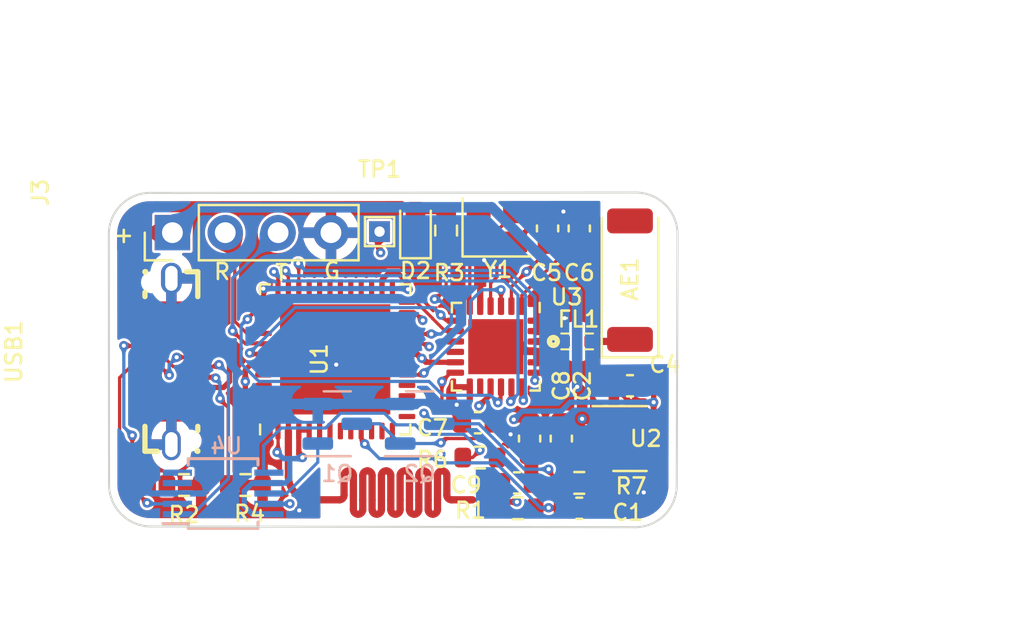
<source format=kicad_pcb>
(kicad_pcb (version 20211014) (generator pcbnew)
  (layers (0 "F.Cu" signal) (1 "In1.Cu" signal) (2 "In2.Cu" signal) (31 "B.Cu" signal) (34 "B.Paste" user) (35 "F.Paste" user) (36 "B.SilkS" user "B.Silkscreen") (37 "F.SilkS" user "F.Silkscreen") (38 "B.Mask" user) (39 "F.Mask" user) (44 "Edge.Cuts" user))
  (net 0 "")
  (net 1 "Net-(AE1-Pad1)")
  (net 2 "Net-(C1-Pad1)")
  (net 3 "GND")
  (net 4 "+3V3")
  (net 5 "Net-(C5-Pad1)")
  (net 6 "Net-(C6-Pad1)")
  (net 7 "/RF")
  (net 9 "/SCK")
  (net 10 "/MISO")
  (net 11 "/MOSI")
  (net 12 "/NSS")
  (net 13 "/NRST")
  (net 14 "/DIO1")
  (net 21 "/BUSY")
  (net 22 "/RX")
  (net 23 "/TX")
  (net 28 "Net-(U3-Pad4)")
  (net 29 "Net-(U3-Pad6)")
  (net 33 "Net-(D2-Pad2)")
  (net 34 "/LED")
  (net 35 "/ESP32_ANT")
  (net 40 "+5V")
  (net 41 "/CRSF_TX")
  (net 42 "Net-(Q1-Pad3)")
  (net 43 "/CRSF")
  (net 44 "/TNOW")
  (net 55 "/DP")
  (net 56 "/DN")
  (net 62 "Net-(R2-Pad2)")
  (net 64 "Net-(R4-Pad1)")
  (net 65 "Net-(TP1-Pad1)")
  (footprint "Capacitor_SMD:C_0603_1608Metric" (layer "F.Cu") (at 118.2116 57.4548 90)
    (fp_text reference "C5")
    (fp_text value "10nF")
  )
  (footprint "Capacitor_SMD:C_0603_1608Metric" (layer "F.Cu") (at 119.7356 70.9168)
    (fp_text reference "C1")
    (fp_text value "0.1uF")
  )
  (footprint "Capacitor_SMD:C_0603_1608Metric" (layer "F.Cu") (at 119.7356 57.4548 90)
    (fp_text reference "C6")
    (fp_text value "10nF")
  )
  (footprint "Package_DFN_QFN:QFN-24-1EP_4x4mm_P0.5mm_EP2.65x2.65mm" (layer "F.Cu") (at 115.7224 63.1444 -90)
    (fp_text reference "U3")
    (fp_text value "SX1280IMLTRT")
  )
  (footprint "Resistor_SMD:R_0603_1608Metric" (layer "F.Cu") (at 103.6828 69.7992)
    (fp_text reference "R4")
    (fp_text value "5.1K")
  )
  (footprint "Connector_PinHeader_2.54mm:PinHeader_1x04_P2.54mm_Vertical" (layer "F.Cu") (at 100.1776 57.658 90)
    (fp_text reference "J3")
    (fp_text value "Conn_01x04")
  )
  (footprint "LED_SMD:LED_0603_1608Metric" (layer "F.Cu") (at 111.8616 57.404 90)
    (fp_text reference "D2")
    (fp_text value "LED")
  )
  (footprint "ic_footprint:USB-C-SMD_U263-241N-4BQC15" (layer "F.Cu") (at 100.1268 63.8556 90)
    (fp_text reference "USB1")
    (fp_text value "U263-241N-4BQC15")
  )
  (footprint "RF_Antenna:Johanson_2450AT43F0100" (layer "F.Cu") (at 122.174 59.944 90)
    (fp_text reference "AE1")
    (fp_text value "Antenna")
  )
  (footprint "Capacitor_SMD:C_0603_1608Metric" (layer "F.Cu") (at 114.8588 66.802)
    (fp_text reference "C7")
    (fp_text value "4.7uF")
  )
  (footprint "Crystal:Crystal_SMD_2520-4Pin_2.5x2.0mm" (layer "F.Cu") (at 115.7732 57.404)
    (fp_text reference "Y1")
    (fp_text value "Crystal_GND24_Small")
  )
  (footprint "Resistor_SMD:R_0603_1608Metric" (layer "F.Cu") (at 113.3348 57.5564 -90)
    (fp_text reference "R3")
    (fp_text value "10K")
  )
  (footprint "ic_footprint:FILTER-SMD_4P-L1.0-W0.5-L" (layer "F.Cu") (at 119.634 62.8904)
    (fp_text reference "FL1")
    (fp_text value "2450FM07D0034T")
  )
  (footprint "Package_DFN_QFN:QFN-48-1EP_7x7mm_P0.5mm_EP5.3x5.3mm" (layer "F.Cu") (at 108.001924 63.754 90)
    (fp_text reference "U1")
    (fp_text value "ESP32-PICO-D4")
  )
  (footprint "TestPoint:TestPoint_THTPad_1.0x1.0mm_Drill0.5mm" (layer "F.Cu") (at 110.1344 57.6072)
    (fp_text reference "TP1")
    (fp_text value "TestPoint")
  )
  (footprint "Capacitor_SMD:C_0603_1608Metric" (layer "F.Cu") (at 118.872 67.564 -90)
    (fp_text reference "C2")
    (fp_text value "4.7uF")
  )
  (footprint "Resistor_SMD:R_0603_1608Metric" (layer "F.Cu") (at 100.7364 69.7992 180)
    (fp_text reference "R2")
    (fp_text value "5.1K")
  )
  (footprint "Capacitor_SMD:C_0603_1608Metric" (layer "F.Cu") (at 116.7384 69.6976)
    (fp_text reference "C9")
    (fp_text value "0.1uF")
  )
  (footprint "Package_TO_SOT_SMD:SOT-23-5" (layer "F.Cu") (at 122.174 67.564)
    (fp_text reference "U2")
    (fp_text value "TC2014-3.3VxCTTR")
  )
  (footprint "Resistor_SMD:R_0603_1608Metric" (layer "F.Cu") (at 114.9604 68.4784 180)
    (fp_text reference "R6")
    (fp_text value "1K")
  )
  (footprint "Resistor_SMD:R_0603_1608Metric" (layer "F.Cu") (at 116.7892 70.9168)
    (fp_text reference "R1")
    (fp_text value "10K")
  )
  (footprint "Resistor_SMD:R_0603_1608Metric" (layer "F.Cu") (at 119.7356 69.6976)
    (fp_text reference "R7")
    (fp_text value "1K")
  )
  (footprint "Capacitor_SMD:C_0603_1608Metric" (layer "F.Cu") (at 122.174 65.024 180)
    (fp_text reference "C4")
    (fp_text value "4.7uF")
  )
  (footprint "Capacitor_SMD:C_0603_1608Metric" (layer "F.Cu") (at 117.348 67.564 -90)
    (fp_text reference "C8")
    (fp_text value "4.7uF")
  )
  (footprint "Package_TO_SOT_SMD:SOT-23" (layer "B.Cu") (at 112.0648 66.8528)
    (fp_text reference "Q2")
    (fp_text value "Q_NMOS_GSD")
  )
  (footprint "Package_SO:MSOP-10_3x3mm_P0.5mm" (layer "B.Cu") (at 102.616 70.2056)
    (fp_text reference "U4")
    (fp_text value "CH340E")
  )
  (footprint "Package_TO_SOT_SMD:SOT-23" (layer "B.Cu") (at 108.1024 66.8528)
    (fp_text reference "Q1")
    (fp_text value "Q_NMOS_GSD")
  )
  (gr_arc (start 122.428 55.7276) (mid 123.853214 56.298494) (end 124.46 57.7088) (layer "Edge.Cuts") (width 0.1))
  (gr_line (start 124.46 57.7088) (end 124.421292 69.796384) (layer "Edge.Cuts") (width 0.1))
  (gr_arc (start 99.164417 71.79249) (mid 97.739206 71.221594) (end 97.132417 69.81129) (layer "Edge.Cuts") (width 0.1))
  (gr_arc (start 124.421292 69.796384) (mid 123.8504 71.2216) (end 122.440092 71.828384) (layer "Edge.Cuts") (width 0.1))
  (gr_line (start 99.229755 55.74623) (end 122.428 55.7276) (layer "Edge.Cuts") (width 0.1))
  (gr_arc (start 97.120094 57.741871) (mid 97.742603 56.287028) (end 99.229755 55.74623) (layer "Edge.Cuts") (width 0.1))
  (gr_line (start 99.164417 71.79249) (end 122.440092 71.828384) (layer "Edge.Cuts") (width 0.1))
  (gr_line (start 97.120094 57.741871) (end 97.132417 69.81129) (layer "Edge.Cuts") (width 0.1))
  (gr_text "R" (at 102.5652 59.5376) (layer "F.SilkS") (effects (font (size 0.762 0.762) (thickness 0.127))))
  (gr_text "+" (at 97.8408 57.7596) (layer "F.SilkS") (effects (font (size 0.762 0.762) (thickness 0.127))))
  (gr_text "G" (at 107.8484 59.4868) (layer "F.SilkS") (effects (font (size 0.762 0.762) (thickness 0.127))))
  (gr_text "T" (at 105.41 59.5884) (layer "F.SilkS") (effects (font (size 0.762 0.762) (thickness 0.127))))
  (segment (start 120.209 62.8904) (end 122.0776 62.8904) (width 0.34925) (layer "F.Cu") (net 1))
  (arc (start 122.0776 62.8904) (mid 122.145765 62.862165) (end 122.174 62.794) (width 0.34925) (layer "F.Cu") (net 1))
  (segment (start 118.2624 70.9168) (end 118.9606 70.9168) (width 0.156464) (layer "F.Cu") (net 2))
  (segment (start 109.251924 67.651062) (end 109.421072 67.82021) (width 0.156464) (layer "F.Cu") (net 2))
  (segment (start 117.6142 70.9168) (end 118.2624 70.9168) (width 0.156464) (layer "F.Cu") (net 2))
  (segment (start 118.2624 70.9168) (end 118.2624 70.892295) (width 0.156464) (layer "F.Cu") (net 2))
  (segment (start 109.251924 67.204) (end 109.251924 67.651062) (width 0.156464) (layer "F.Cu") (net 2))
  (segment (start 118.2624 70.892295) (end 118.26244 70.892255) (width 0.156464) (layer "F.Cu") (net 2))
  (via (at 118.26244 70.892255) (size 0.45) (drill 0.2) (layers "F.Cu" "B.Cu") (net 2))
  (via (at 109.421072 67.82021) (size 0.45) (drill 0.2) (layers "F.Cu" "B.Cu") (net 2))
  (segment (start 109.421072 67.82021) (end 110.130062 68.5292) (width 0.156464) (layer "B.Cu") (net 2))
  (segment (start 112.926482 68.7324) (end 115.7224 68.7324) (width 0.156464) (layer "B.Cu") (net 2))
  (segment (start 115.7224 68.7324) (end 117.882255 70.892255) (width 0.156464) (layer "B.Cu") (net 2))
  (segment (start 117.882255 70.892255) (end 118.26244 70.892255) (width 0.156464) (layer "B.Cu") (net 2))
  (segment (start 110.130062 68.5292) (end 112.723282 68.5292) (width 0.156464) (layer "B.Cu") (net 2))
  (segment (start 112.723282 68.5292) (end 112.926482 68.7324) (width 0.156464) (layer "B.Cu") (net 2))
  (segment (start 118.0724 56.6798) (end 116.6482 58.104) (width 0.254) (layer "F.Cu") (net 3))
  (segment (start 117.348 68.2752) (end 117.348 68.339) (width 0.254) (layer "F.Cu") (net 3))
  (segment (start 114.0694 57.404) (end 112.4967 57.404) (width 0.254) (layer "F.Cu") (net 3))
  (segment (start 122.174 66.802) (end 122.174 65.799) (width 0.254) (layer "F.Cu") (net 3))
  (segment (start 112.4967 57.404) (end 111.8616 58.0391) (width 0.254) (layer "F.Cu") (net 3))
  (segment (start 121.412 67.564) (end 122.174 66.802) (width 0.254) (layer "F.Cu") (net 3))
  (segment (start 116.4336 67.3608) (end 115.8748 66.802) (width 0.254) (layer "F.Cu") (net 3))
  (segment (start 114.7694 56.704) (end 114.0694 57.404) (width 0.254) (layer "F.Cu") (net 3))
  (segment (start 117.5134 69.6976) (end 117.5134 68.5044) (width 0.254) (layer "F.Cu") (net 3))
  (segment (start 121.0365 67.564) (end 121.412 67.564) (width 0.254) (layer "F.Cu") (net 3))
  (segment (start 116.4336 67.3608) (end 117.348 68.2752) (width 0.254) (layer "F.Cu") (net 3))
  (segment (start 118.2116 56.6798) (end 118.0724 56.6798) (width 0.254) (layer "F.Cu") (net 3))
  (segment (start 117.5134 68.5044) (end 117.348 68.339) (width 0.254) (layer "F.Cu") (net 3))
  (segment (start 115.8748 66.802) (end 115.6338 66.802) (width 0.254) (layer "F.Cu") (net 3))
  (segment (start 114.8982 56.704) (end 114.7694 56.704) (width 0.254) (layer "F.Cu") (net 3))
  (segment (start 122.174 65.799) (end 121.399 65.024) (width 0.254) (layer "F.Cu") (net 3))
  (via (at 119.0244 61.7728) (size 0.45) (drill 0.2) (layers "F.Cu" "B.Cu") (net 3))
  (via (at 118.9736 56.642) (size 0.45) (drill 0.2) (layers "F.Cu" "B.Cu") (net 3))
  (via (at 122.8344 70.1548) (size 0.45) (drill 0.2) (layers "F.Cu" "B.Cu") (net 3))
  (via (at 113.8428 65.9384) (size 0.45) (drill 0.2) (layers "F.Cu" "B.Cu") (net 3))
  (via (at 108.0516 64.008) (size 0.45) (drill 0.2) (layers "F.Cu" "B.Cu") (net 3))
  (via (at 116.4336 67.3608) (size 0.45) (drill 0.2) (layers "F.Cu" "B.Cu") (net 3))
  (via (at 106.2736 71.0184) (size 0.45) (drill 0.2) (layers "F.Cu" "B.Cu") (net 3))
  (via (at 115.1636 58.9788) (size 0.45) (drill 0.2) (layers "F.Cu" "B.Cu") (net 3))
  (segment (start 103.9408 64.004) (end 103.6828 64.262) (width 0.254) (layer "F.Cu") (net 4))
  (segment (start 116.586 66.6496) (end 117.2086 66.6496) (width 0.254) (layer "F.Cu") (net 4))
  (segment (start 105.2576 67.209676) (end 105.251924 67.204) (width 0.156464) (layer "F.Cu") (net 4))
  (segment (start 123.3115 65.8169) (end 123.3115 65.3865) (width 0.254) (layer "F.Cu") (net 4))
  (segment (start 112.1664 63.7032) (end 112.3576 63.8944) (width 0.254) (layer "F.Cu") (net 4))
  (segment (start 103.6828 64.8208) (end 103.6828 65.2272) (width 0.254) (layer "F.Cu") (net 4))
  (segment (start 114.929551 65.9892) (end 115.4724 65.446351) (width 0.254) (layer "F.Cu") (net 4))
  (segment (start 110.251924 60.304) (end 110.251924 59.928076) (width 0.254) (layer "F.Cu") (net 4))
  (segment (start 122.2248 67.7007) (end 123.3115 66.614) (width 0.254) (layer "F.Cu") (net 4))
  (segment (start 105.2068 68.2244) (end 105.2576 68.1736) (width 0.156464) (layer "F.Cu") (net 4))
  (segment (start 114.9096 65.9892) (end 114.929551 65.9892) (width 0.254) (layer "F.Cu") (net 4))
  (segment (start 123.3115 66.614) (end 123.3115 65.8169) (width 0.254) (layer "F.Cu") (net 4))
  (segment (start 105.2576 68.1736) (end 105.2576 67.209676) (width 0.156464) (layer "F.Cu") (net 4))
  (segment (start 106.251924 67.204) (end 106.251924 68.304324) (width 0.254) (layer "F.Cu") (net 4))
  (segment (start 115.4724 65.446351) (end 115.4724 65.0944) (width 0.254) (layer "F.Cu") (net 4))
  (segment (start 106.251924 68.304324) (end 106.426 68.4784) (width 0.254) (layer "F.Cu") (net 4))
  (segment (start 123.3115 65.3865) (end 122.949 65.024) (width 0.254) (layer "F.Cu") (net 4))
  (segment (start 117.2086 66.6496) (end 117.348 66.789) (width 0.254) (layer "F.Cu") (net 4))
  (segment (start 115.9642 70.9168) (end 115.9642 69.6984) (width 0.254) (layer "F.Cu") (net 4))
  (segment (start 103.6828 64.262) (end 103.6828 64.8208) (width 0.254) (layer "F.Cu") (net 4))
  (segment (start 104.551924 60.355924) (end 104.5464 60.3504) (width 0.254) (layer "F.Cu") (net 4))
  (segment (start 103.6828 65.2272) (end 103.9596 65.504) (width 0.254) (layer "F.Cu") (net 4))
  (segment (start 104.551924 64.004) (end 103.9408 64.004) (width 0.254) (layer "F.Cu") (net 4))
  (segment (start 104.551924 61.004) (end 104.551924 60.355924) (width 0.254) (layer "F.Cu") (net 4))
  (segment (start 116.7384 70.612) (end 116.269 70.612) (width 0.254) (layer "F.Cu") (net 4))
  (segment (start 120.5606 69.6976) (end 121.7168 69.6976) (width 0.254) (layer "F.Cu") (net 4))
  (segment (start 115.9642 69.6984) (end 115.9634 69.6976) (width 0.254) (layer "F.Cu") (net 4))
  (segment (start 122.2248 69.1896) (end 122.2248 67.7007) (width 0.254) (layer "F.Cu") (net 4))
  (segment (start 111.506 60.0964) (end 111.506 60.383389) (width 0.254) (layer "F.Cu") (net 4))
  (segment (start 103.9596 65.504) (end 104.551924 65.504) (width 0.254) (layer "F.Cu") (net 4))
  (segment (start 121.7168 69.6976) (end 122.2248 69.1896) (width 0.254) (layer "F.Cu") (net 4))
  (segment (start 110.5408 59.6392) (end 111.0488 59.6392) (width 0.254) (layer "F.Cu") (net 4))
  (segment (start 111.451924 63.504) (end 111.9672 63.504) (width 0.254) (layer "F.Cu") (net 4))
  (segment (start 111.0488 59.6392) (end 111.506 60.0964) (width 0.254) (layer "F.Cu") (net 4))
  (segment (start 110.251924 59.928076) (end 110.5408 59.6392) (width 0.254) (layer "F.Cu") (net 4))
  (segment (start 111.9672 63.504) (end 112.1664 63.7032) (width 0.254) (layer "F.Cu") (net 4))
  (segment (start 116.269 70.612) (end 115.9642 70.9168) (width 0.254) (layer "F.Cu") (net 4))
  (segment (start 112.3576 63.8944) (end 113.7724 63.8944) (width 0.254) (layer "F.Cu") (net 4))
  (segment (start 106.251924 67.204) (end 106.751924 67.204) (width 0.156464) (layer "F.Cu") (net 4))
  (via (at 116.586 66.6496) (size 0.45) (drill 0.2) (layers "F.Cu" "B.Cu") (net 4))
  (via (at 103.6828 64.8208) (size 0.45) (drill 0.2) (layers "F.Cu" "B.Cu") (net 4))
  (via (at 114.9096 65.9892) (size 0.45) (drill 0.2) (layers "F.Cu" "B.Cu") (net 4))
  (via (at 123.3115 65.8169) (size 0.45) (drill 0.2) (layers "F.Cu" "B.Cu") (net 4))
  (via (at 104.5464 60.3504) (size 0.45) (drill 0.2) (layers "F.Cu" "B.Cu") (net 4))
  (via (at 112.1664 63.7032) (size 0.45) (drill 0.2) (layers "F.Cu" "B.Cu") (net 4))
  (via (at 106.426 68.4784) (size 0.45) (drill 0.2) (layers "F.Cu" "B.Cu") (net 4))
  (via (at 116.7384 70.612) (size 0.45) (drill 0.2) (layers "F.Cu" "B.Cu") (net 4))
  (via (at 105.2068 68.2244) (size 0.45) (drill 0.2) (layers "F.Cu" "B.Cu") (net 4))
  (via (at 111.506 60.383389) (size 0.45) (drill 0.2) (layers "F.Cu" "B.Cu") (net 4))
  (via (at 113.0808 68.316603) (size 0.45) (drill 0.2) (layers "F.Cu" "B.Cu") (net 4))
  (segment (start 103.632 70.8152) (end 103.632 70.0858) (width 0.254) (layer "B.Cu") (net 4))
  (segment (start 106.426 68.4784) (end 106.3752 68.5292) (width 0.254) (layer "B.Cu") (net 4))
  (segment (start 104.562 71.2056) (end 104.0224 71.2056) (width 0.254) (layer "B.Cu") (net 4))
  (segment (start 104.5464 60.3504) (end 111.473011 60.3504) (width 0.254) (layer "B.Cu") (net 4))
  (segment (start 104.0224 71.2056) (end 103.632 70.8152) (width 0.254) (layer "B.Cu") (net 4))
  (segment (start 106.3752 68.5292) (end 105.7656 68.5292) (width 0.254) (layer "B.Cu") (net 4))
  (segment (start 105.5116 68.5292) (end 105.7656 68.5292) (width 0.254) (layer "B.Cu") (net 4))
  (segment (start 105.6052 69.7056) (end 105.8164 69.4944) (width 0.254) (layer "B.Cu") (net 4))
  (segment (start 104.0122 69.7056) (end 105.6052 69.7056) (width 0.254) (layer "B.Cu") (net 4))
  (segment (start 116.586 66.6496) (end 116.9924 66.2432) (width 0.254) (layer "B.Cu") (net 4))
  (segment (start 105.8164 69.4944) (end 105.8164 68.58) (width 0.254) (layer "B.Cu") (net 4))
  (segment (start 119.2983 65.8169) (end 123.3115 65.8169) (width 0.254) (layer "B.Cu") (net 4))
  (segment (start 116.9924 66.2432) (end 118.872 66.2432) (width 0.254) (layer "B.Cu") (net 4))
  (segment (start 103.632 70.0858) (end 104.0122 69.7056) (width 0.254) (layer "B.Cu") (net 4))
  (segment (start 105.2068 68.2244) (end 105.5116 68.5292) (width 0.254) (layer "B.Cu") (net 4))
  (segment (start 105.8164 68.58) (end 105.7656 68.5292) (width 0.254) (layer "B.Cu") (net 4))
  (segment (start 111.473011 60.3504) (end 111.506 60.383389) (width 0.254) (layer "B.Cu") (net 4))
  (segment (start 118.872 66.2432) (end 119.2983 65.8169) (width 0.254) (layer "B.Cu") (net 4))
  (segment (start 113.1316 65.8498) (end 113.1316 64.8208) (width 0.156464) (layer "F.Cu") (net 5))
  (segment (start 113.1316 64.8208) (end 113.558 64.3944) (width 0.156464) (layer "F.Cu") (net 5))
  (segment (start 118.2116 58.5216) (end 117.1956 59.5376) (width 0.156464) (layer "F.Cu") (net 5))
  (segment (start 116.4724 60.2608) (end 116.4724 61.1944) (width 0.156464) (layer "F.Cu") (net 5))
  (segment (start 114.0838 66.802) (end 113.1316 65.8498) (width 0.156464) (layer "F.Cu") (net 5))
  (segment (start 118.2116 58.2298) (end 118.2116 58.5216) (width 0.156464) (layer "F.Cu") (net 5))
  (segment (start 117.1956 59.5376) (end 116.4724 60.2608) (width 0.156464) (layer "F.Cu") (net 5))
  (segment (start 113.558 64.3944) (end 113.7724 64.3944) (width 0.156464) (layer "F.Cu") (net 5))
  (via (at 117.1956 59.5376) (size 0.45) (drill 0.2) (layers "F.Cu" "B.Cu") (net 5))
  (via (at 113.1316 64.8208) (size 0.45) (drill 0.2) (layers "F.Cu" "B.Cu") (net 5))
  (segment (start 116.9724 60.6752) (end 119.4178 58.2298) (width 0.156464) (layer "F.Cu") (net 6))
  (segment (start 119.4178 58.2298) (end 119.7356 58.2298) (width 0.156464) (layer "F.Cu") (net 6))
  (segment (start 116.9724 61.1944) (end 116.9724 60.6752) (width 0.156464) (layer "F.Cu") (net 6))
  (segment (start 117.6724 62.8944) (end 119.055 62.8944) (width 0.34925) (layer "F.Cu") (net 7))
  (arc (start 119.055 62.8944) (mid 119.057828 62.893228) (end 119.059 62.8904) (width 0.34925) (layer "F.Cu") (net 7))
  (segment (start 116.9724 65.6644) (end 117.0432 65.7352) (width 0.1524) (layer "F.Cu") (net 9))
  (segment (start 105.751924 59.625524) (end 105.751924 60.304) (width 0.1524) (layer "F.Cu") (net 9))
  (segment (start 105.6132 59.4868) (end 105.751924 59.625524) (width 0.1524) (layer "F.Cu") (net 9))
  (segment (start 116.9724 65.0944) (end 116.9724 65.6644) (width 0.1524) (layer "F.Cu") (net 9))
  (via (at 105.6132 59.4868) (size 0.45) (drill 0.2) (layers "F.Cu" "B.Cu") (net 9))
  (via (at 117.0432 65.7352) (size 0.45) (drill 0.2) (layers "F.Cu" "B.Cu") (net 9))
  (segment (start 117.1448 65.6336) (end 117.0432 65.7352) (width 0.1524) (layer "B.Cu") (net 9))
  (segment (start 117.1448 60.656406) (end 117.1448 65.6336) (width 0.1524) (layer "B.Cu") (net 9))
  (segment (start 105.6132 59.4868) (end 105.856889 59.730489) (width 0.1524) (layer "B.Cu") (net 9))
  (segment (start 105.856889 59.730489) (end 116.218883 59.730489) (width 0.1524) (layer "B.Cu") (net 9))
  (segment (start 116.218883 59.730489) (end 117.1448 60.656406) (width 0.1524) (layer "B.Cu") (net 9))
  (segment (start 115.9724 65.6884) (end 115.9724 65.0944) (width 0.1524) (layer "F.Cu") (net 10))
  (segment (start 104.104 61.504) (end 103.7844 61.8236) (width 0.1524) (layer "F.Cu") (net 10))
  (segment (start 115.824 65.8368) (end 115.9724 65.6884) (width 0.1524) (layer "F.Cu") (net 10))
  (segment (start 104.551924 61.504) (end 104.104 61.504) (width 0.1524) (layer "F.Cu") (net 10))
  (via (at 115.824 65.8368) (size 0.45) (drill 0.2) (layers "F.Cu" "B.Cu") (net 10))
  (via (at 103.7844 61.8236) (size 0.45) (drill 0.2) (layers "F.Cu" "B.Cu") (net 10))
  (segment (start 103.4796 62.1284) (end 103.7844 61.8236) (width 0.1524) (layer "B.Cu") (net 10))
  (segment (start 112.5167 64.8155) (end 104.3379 64.8155) (width 0.1524) (layer "B.Cu") (net 10))
  (segment (start 103.4796 63.9572) (end 103.4796 62.1284) (width 0.1524) (layer "B.Cu") (net 10))
  (segment (start 104.3379 64.8155) (end 103.4796 63.9572) (width 0.1524) (layer "B.Cu") (net 10))
  (segment (start 115.824 65.8368) (end 115.4684 65.4812) (width 0.1524) (layer "B.Cu") (net 10))
  (segment (start 113.1824 65.4812) (end 112.5167 64.8155) (width 0.1524) (layer "B.Cu") (net 10))
  (segment (start 115.4684 65.4812) (end 113.1824 65.4812) (width 0.1524) (layer "B.Cu") (net 10))
  (segment (start 105.251924 59.735124) (end 105.251924 60.304) (width 0.1524) (layer "F.Cu") (net 11))
  (segment (start 116.4724 65.0944) (end 116.4724 65.7472) (width 0.1524) (layer "F.Cu") (net 11))
  (segment (start 105.0544 59.5376) (end 105.251924 59.735124) (width 0.1524) (layer "F.Cu") (net 11))
  (segment (start 116.4724 65.7472) (end 116.4336 65.786) (width 0.1524) (layer "F.Cu") (net 11))
  (via (at 105.0544 59.5376) (size 0.45) (drill 0.2) (layers "F.Cu" "B.Cu") (net 11))
  (via (at 116.4336 65.786) (size 0.45) (drill 0.2) (layers "F.Cu" "B.Cu") (net 11))
  (segment (start 105.499589 59.982789) (end 116.114377 59.982789) (width 0.1524) (layer "B.Cu") (net 11))
  (segment (start 116.114377 59.982789) (end 116.7892 60.657612) (width 0.1524) (layer "B.Cu") (net 11))
  (segment (start 116.6421 65.5775) (end 116.4336 65.786) (width 0.1524) (layer "B.Cu") (net 11))
  (segment (start 116.7892 65.421958) (end 116.6421 65.569058) (width 0.1524) (layer "B.Cu") (net 11))
  (segment (start 105.0544 59.5376) (end 105.499589 59.982789) (width 0.1524) (layer "B.Cu") (net 11))
  (segment (start 116.7892 60.657612) (end 116.7892 65.421958) (width 0.1524) (layer "B.Cu") (net 11))
  (segment (start 116.6421 65.569058) (end 116.6421 65.5775) (width 0.1524) (layer "B.Cu") (net 11))
  (segment (start 117.6724 64.6996) (end 117.602 64.77) (width 0.1524) (layer "F.Cu") (net 12))
  (segment (start 106.2228 59.137) (end 106.251924 59.166124) (width 0.1524) (layer "F.Cu") (net 12))
  (segment (start 117.6724 64.3944) (end 117.6724 64.6996) (width 0.1524) (layer "F.Cu") (net 12))
  (segment (start 106.251924 59.166124) (end 106.251924 60.304) (width 0.1524) (layer "F.Cu") (net 12))
  (via (at 117.602 64.77) (size 0.45) (drill 0.2) (layers "F.Cu" "B.Cu") (net 12))
  (via (at 106.2228 59.137) (size 0.45) (drill 0.2) (layers "F.Cu" "B.Cu") (net 12))
  (segment (start 116.323389 59.478189) (end 117.602 60.7568) (width 0.1524) (layer "B.Cu") (net 12))
  (segment (start 106.2228 59.137) (end 106.563989 59.478189) (width 0.1524) (layer "B.Cu") (net 12))
  (segment (start 106.563989 59.478189) (end 116.323389 59.478189) (width 0.1524) (layer "B.Cu") (net 12))
  (segment (start 117.602 60.7568) (end 117.602 64.77) (width 0.1524) (layer "B.Cu") (net 12))
  (segment (start 111.451924 64.504) (end 112.1784 64.504) (width 0.1524) (layer "F.Cu") (net 13))
  (segment (start 115.9724 60.407346) (end 115.9724 61.1944) (width 0.1524) (layer "F.Cu") (net 13))
  (segment (start 112.1784 64.504) (end 112.268 64.4144) (width 0.1524) (layer "F.Cu") (net 13))
  (segment (start 115.971327 60.406273) (end 115.9724 60.407346) (width 0.1524) (layer "F.Cu") (net 13))
  (via (at 112.268 64.4144) (size 0.45) (drill 0.2) (layers "F.Cu" "B.Cu") (net 13))
  (via (at 115.971327 60.406273) (size 0.45) (drill 0.2) (layers "F.Cu" "B.Cu") (net 13))
  (segment (start 114.5032 60.96) (end 114.5032 62.1792) (width 0.1524) (layer "B.Cu") (net 13))
  (segment (start 114.5032 62.1792) (end 112.268 64.4144) (width 0.1524) (layer "B.Cu") (net 13))
  (segment (start 115.971327 60.406273) (end 115.056927 60.406273) (width 0.1524) (layer "B.Cu") (net 13))
  (segment (start 115.056927 60.406273) (end 114.5032 60.96) (width 0.1524) (layer "B.Cu") (net 13))
  (segment (start 112.6797 61.7781) (end 112.6797 61.786542) (width 0.1524) (layer "F.Cu") (net 14))
  (segment (start 111.451924 61.004) (end 111.9056 61.004) (width 0.1524) (layer "F.Cu") (net 14))
  (segment (start 111.9056 61.004) (end 112.6797 61.7781) (width 0.1524) (layer "F.Cu") (net 14))
  (segment (start 112.6797 61.786542) (end 113.287558 62.3944) (width 0.1524) (layer "F.Cu") (net 14))
  (segment (start 113.287558 62.3944) (end 113.7724 62.3944) (width 0.1524) (layer "F.Cu") (net 14))
  (segment (start 103.9408 63.504) (end 104.551924 63.504) (width 0.1524) (layer "F.Cu") (net 21))
  (segment (start 103.886 63.4492) (end 103.9408 63.504) (width 0.1524) (layer "F.Cu") (net 21))
  (segment (start 113.3548 61.8944) (end 113.0808 61.6204) (width 0.1524) (layer "F.Cu") (net 21))
  (segment (start 113.7724 61.8944) (end 113.3548 61.8944) (width 0.1524) (layer "F.Cu") (net 21))
  (via (at 103.886 63.4492) (size 0.45) (drill 0.2) (layers "F.Cu" "B.Cu") (net 21))
  (via (at 113.0808 61.6204) (size 0.45) (drill 0.2) (layers "F.Cu" "B.Cu") (net 21))
  (segment (start 106.0704 61.2648) (end 112.7252 61.2648) (width 0.1524) (layer "B.Cu") (net 21))
  (segment (start 112.7252 61.2648) (end 113.0808 61.6204) (width 0.1524) (layer "B.Cu") (net 21))
  (segment (start 103.886 63.4492) (end 106.0704 61.2648) (width 0.1524) (layer "B.Cu") (net 21))
  (segment (start 104.551924 62.504) (end 103.7536 62.504) (width 0.156464) (layer "F.Cu") (net 22))
  (segment (start 103.1748 61.9252) (end 103.1748 58.1152) (width 0.156464) (layer "F.Cu") (net 22))
  (segment (start 103.1748 58.1152) (end 102.7176 57.658) (width 0.156464) (layer "F.Cu") (net 22))
  (segment (start 103.7536 62.504) (end 103.1748 61.9252) (width 0.156464) (layer "F.Cu") (net 22))
  (segment (start 104.551924 63.004) (end 103.684192 63.004) (width 0.156464) (layer "F.Cu") (net 23))
  (segment (start 103.684192 63.004) (end 103.067896 62.387704) (width 0.156464) (layer "F.Cu") (net 23))
  (via (at 103.067896 62.387704) (size 0.45) (drill 0.2) (layers "F.Cu" "B.Cu") (net 23))
  (segment (start 103.067896 59.847704) (end 105.2576 57.658) (width 0.156464) (layer "B.Cu") (net 23))
  (segment (start 103.067896 62.387704) (end 103.067896 59.847704) (width 0.156464) (layer "B.Cu") (net 23))
  (segment (start 115.7732 59.7916) (end 115.4724 60.0924) (width 0.156464) (layer "F.Cu") (net 28))
  (segment (start 115.4724 60.0924) (end 115.4724 61.1944) (width 0.156464) (layer "F.Cu") (net 28))
  (segment (start 115.7732 57.579) (end 115.7732 59.7916) (width 0.156464) (layer "F.Cu") (net 28))
  (segment (start 116.6482 56.704) (end 115.7732 57.579) (width 0.156464) (layer "F.Cu") (net 28))
  (segment (start 114.4724 61.1944) (end 114.4724 58.5298) (width 0.156464) (layer "F.Cu") (net 29))
  (segment (start 114.4724 58.5298) (end 114.8982 58.104) (width 0.156464) (layer "F.Cu") (net 29))
  (segment (start 111.8616 56.4641) (end 112.0903 56.6928) (width 0.156464) (layer "F.Cu") (net 33))
  (segment (start 112.0903 56.6928) (end 113.221 56.6928) (width 0.156464) (layer "F.Cu") (net 33))
  (segment (start 112.6236 62.5348) (end 112.155085 62.5348) (width 0.156464) (layer "F.Cu") (net 34))
  (segment (start 112.155085 62.5348) (end 112.124285 62.504) (width 0.156464) (layer "F.Cu") (net 34))
  (segment (start 112.8268 60.8584) (end 112.776 60.8584) (width 0.156464) (layer "F.Cu") (net 34))
  (segment (start 113.3348 58.229) (end 113.3348 60.3504) (width 0.156464) (layer "F.Cu") (net 34))
  (segment (start 113.3348 60.3504) (end 112.8268 60.8584) (width 0.156464) (layer "F.Cu") (net 34))
  (segment (start 112.124285 62.504) (end 111.451924 62.504) (width 0.156464) (layer "F.Cu") (net 34))
  (via (at 112.6236 62.5348) (size 0.45) (drill 0.2) (layers "F.Cu" "B.Cu") (net 34))
  (via (at 112.776 60.8584) (size 0.45) (drill 0.2) (layers "F.Cu" "B.Cu") (net 34))
  (segment (start 112.9792 60.8584) (end 112.776 60.8584) (width 0.156464) (layer "B.Cu") (net 34))
  (segment (start 113.5888 61.468) (end 112.9792 60.8584) (width 0.156464) (layer "B.Cu") (net 34))
  (segment (start 113.5888 62.0268) (end 113.5888 61.468) (width 0.156464) (layer "B.Cu") (net 34))
  (segment (start 113.0808 62.5348) (end 113.5888 62.0268) (width 0.156464) (layer "B.Cu") (net 34))
  (segment (start 112.6236 62.5348) (end 113.0808 62.5348) (width 0.156464) (layer "B.Cu") (net 34))
  (segment (start 112.470925 69.342266) (end 112.470925 70.5104) (width 0.34925) (layer "F.Cu") (net 35))
  (segment (start 109.326875 70.5104) (end 109.326875 69.342266) (width 0.34925) (layer "F.Cu") (net 35))
  (segment (start 112.470925 70.5104) (end 112.470925 70.978534) (width 0.34925) (layer "F.Cu") (net 35))
  (segment (start 113.369225 69.342266) (end 113.369225 70.285825) (width 0.34925) (layer "F.Cu") (net 35))
  (segment (start 113.5938 70.5104) (end 114.493647 70.5104) (width 0.34925) (layer "F.Cu") (net 35))
  (segment (start 111.123475 70.978534) (end 111.123475 70.5104) (width 0.34925) (layer "F.Cu") (net 35))
  (segment (start 108.877725 70.285825) (end 108.877725 70.978534) (width 0.34925) (layer "F.Cu") (net 35))
  (segment (start 110.225175 70.978534) (end 110.225175 70.5104) (width 0.34925) (layer "F.Cu") (net 35))
  (segment (start 105.751924 67.204) (end 105.751924 69.379124) (width 0.34925) (layer "F.Cu") (net 35))
  (segment (start 110.674325 69.342266) (end 110.674325 70.5104) (width 0.34925) (layer "F.Cu") (net 35))
  (segment (start 108.428575 70.285825) (end 108.428575 69.342266) (width 0.34925) (layer "F.Cu") (net 35))
  (segment (start 114.493647 70.5104) (end 114.6048 70.5104) (width 0.34925) (layer "F.Cu") (net 35))
  (segment (start 111.123475 70.5104) (end 111.123475 69.342266) (width 0.34925) (layer "F.Cu") (net 35))
  (segment (start 109.776025 70.5104) (end 109.776025 70.978534) (width 0.34925) (layer "F.Cu") (net 35))
  (segment (start 112.920075 70.5104) (end 112.920075 69.342266) (width 0.34925) (layer "F.Cu") (net 35))
  (segment (start 109.776025 69.342266) (end 109.776025 70.5104) (width 0.34925) (layer "F.Cu") (net 35))
  (segment (start 109.326875 70.978534) (end 109.326875 70.5104) (width 0.34925) (layer "F.Cu") (net 35))
  (segment (start 110.674325 70.5104) (end 110.674325 70.978534) (width 0.34925) (layer "F.Cu") (net 35))
  (segment (start 111.572625 70.5104) (end 111.572625 70.978534) (width 0.34925) (layer "F.Cu") (net 35))
  (segment (start 112.920075 70.978534) (end 112.920075 70.5104) (width 0.34925) (layer "F.Cu") (net 35))
  (segment (start 108.877725 69.342266) (end 108.877725 70.285825) (width 0.34925) (layer "F.Cu") (net 35))
  (segment (start 106.8832 70.5104) (end 108.204 70.5104) (width 0.34925) (layer "F.Cu") (net 35))
  (segment (start 112.021775 70.5104) (end 112.021775 69.342266) (width 0.34925) (layer "F.Cu") (net 35))
  (segment (start 112.021775 70.978534) (end 112.021775 70.5104) (width 0.34925) (layer "F.Cu") (net 35))
  (segment (start 111.572625 69.342266) (end 111.572625 70.5104) (width 0.34925) (layer "F.Cu") (net 35))
  (segment (start 110.225175 70.5104) (end 110.225175 69.342266) (width 0.34925) (layer "F.Cu") (net 35))
  (arc (start 109.776025 70.978534) (mid 109.841801 71.137333) (end 110.0006 71.203109) (width 0.34925) (layer "F.Cu") (net 35))
  (arc (start 109.55145 69.117691) (mid 109.710249 69.183467) (end 109.776025 69.342266) (width 0.34925) (layer "F.Cu") (net 35))
  (arc (start 110.8989 71.203109) (mid 111.057699 71.137333) (end 111.123475 70.978534) (width 0.34925) (layer "F.Cu") (net 35))
  (arc (start 108.428575 69.342266) (mid 108.494351 69.183467) (end 108.65315 69.117691) (width 0.34925) (layer "F.Cu") (net 35))
  (arc (start 111.34805 69.117691) (mid 111.506849 69.183467) (end 111.572625 69.342266) (width 0.34925) (layer "F.Cu") (net 35))
  (arc (start 112.6955 71.203109) (mid 112.854299 71.137333) (end 112.920075 70.978534) (width 0.34925) (layer "F.Cu") (net 35))
  (arc (start 111.572625 70.978534) (mid 111.638401 71.137333) (end 111.7972 71.203109) (width 0.34925) (layer "F.Cu") (net 35))
  (arc (start 112.24635 69.117691) (mid 112.405149 69.183467) (end 112.470925 69.342266) (width 0.34925) (layer "F.Cu") (net 35))
  (arc (start 109.326875 69.342266) (mid 109.392651 69.183467) (end 109.55145 69.117691) (width 0.34925) (layer "F.Cu") (net 35))
  (arc (start 113.14465 69.117691) (mid 113.303449 69.183467) (end 113.369225 69.342266) (width 0.34925) (layer "F.Cu") (net 35))
  (arc (start 111.123475 69.342266) (mid 111.189251 69.183467) (end 111.34805 69.117691) (width 0.34925) (layer "F.Cu") (net 35))
  (arc (start 112.470925 70.978534) (mid 112.536701 71.137333) (end 112.6955 71.203109) (width 0.34925) (layer "F.Cu") (net 35))
  (arc (start 110.0006 71.203109) (mid 110.159399 71.137333) (end 110.225175 70.978534) (width 0.34925) (layer "F.Cu") (net 35))
  (arc (start 108.65315 69.117691) (mid 108.811949 69.183467) (end 108.877725 69.342266) (width 0.34925) (layer "F.Cu") (net 35))
  (arc (start 108.877725 70.978534) (mid 108.943501 71.137333) (end 109.1023 71.203109) (width 0.34925) (layer "F.Cu") (net 35))
  (arc (start 112.021775 69.342266) (mid 112.087551 69.183467) (end 112.24635 69.117691) (width 0.34925) (layer "F.Cu") (net 35))
  (arc (start 110.674325 70.978534) (mid 110.740101 71.137333) (end 110.8989 71.203109) (width 0.34925) (layer "F.Cu") (net 35))
  (arc (start 110.44975 69.117691) (mid 110.608549 69.183467) (end 110.674325 69.342266) (width 0.34925) (layer "F.Cu") (net 35))
  (arc (start 108.204 70.5104) (mid 108.362799 70.444624) (end 108.428575 70.285825) (width 0.34925) (layer "F.Cu") (net 35))
  (arc (start 111.7972 71.203109) (mid 111.955999 71.137333) (end 112.021775 70.978534) (width 0.34925) (layer "F.Cu") (net 35))
  (arc (start 105.751924 69.379124) (mid 106.083267 70.179057) (end 106.8832 70.5104) (width 0.34925) (layer "F.Cu") (net 35))
  (arc (start 110.225175 69.342266) (mid 110.290951 69.183467) (end 110.44975 69.117691) (width 0.34925) (layer "F.Cu") (net 35))
  (arc (start 109.1023 71.203109) (mid 109.261099 71.137333) (end 109.326875 70.978534) (width 0.34925) (layer "F.Cu") (net 35))
  (arc (start 112.920075 69.342266) (mid 112.985851 69.183467) (end 113.14465 69.117691) (width 0.34925) (layer "F.Cu") (net 35))
  (arc (start 113.369225 70.285825) (mid 113.435001 70.444624) (end 113.5938 70.5104) (width 0.34925) (layer "F.Cu") (net 35))
  (segment (start 119.7712 67.9044) (end 119.7712 66.614) (width 0.508) (layer "F.Cu") (net 40))
  (segment (start 98.0228 62.6056) (end 97.7392 62.322) (width 0.254) (layer "F.Cu") (net 40))
  (segment (start 119.7712 66.614) (end 119.047 66.614) (width 0.508) (layer "F.Cu") (net 40))
  (segment (start 119.8728 66.614) (end 119.7712 66.614) (width 0.508) (layer "F.Cu") (net 40))
  (segment (start 119.8728 65.3136) (end 119.634 65.0748) (width 0.508) (layer "F.Cu") (net 40))
  (segment (start 102.9208 64.8208) (end 102.9208 63.5508) (width 0.254) (layer "F.Cu") (net 40))
  (segment (start 120.3808 68.514) (end 119.7712 67.9044) (width 0.508) (layer "F.Cu") (net 40))
  (segment (start 102.636 65.1056) (end 102.9208 64.8208) (width 0.254) (layer "F.Cu") (net 40))
  (segment (start 98.8568 57.658) (end 100.1776 57.658) (width 0.254) (layer "F.Cu") (net 40))
  (segment (start 97.7392 62.322) (end 97.7392 58.7756) (width 0.254) (layer "F.Cu") (net 40))
  (segment (start 98.8768 62.6056) (end 101.3768 62.6056) (width 0.254) (layer "F.Cu") (net 40))
  (segment (start 101.9756 62.6056) (end 101.3768 62.6056) (width 0.254) (layer "F.Cu") (net 40))
  (segment (start 98.8768 65.1056) (end 101.3768 65.1056) (width 0.254) (layer "F.Cu") (net 40))
  (segment (start 97.7392 58.7756) (end 98.8568 57.658) (width 0.254) (layer "F.Cu") (net 40))
  (segment (start 121.0365 66.614) (end 119.8728 66.614) (width 0.508) (layer "F.Cu") (net 40))
  (segment (start 121.0365 68.514) (end 120.3808 68.514) (width 0.508) (layer "F.Cu") (net 40))
  (segment (start 98.8768 62.6056) (end 98.0228 62.6056) (width 0.254) (layer "F.Cu") (net 40))
  (segment (start 119.8728 66.614) (end 119.8728 65.3136) (width 0.508) (layer "F.Cu") (net 40))
  (segment (start 119.047 66.614) (end 118.872 66.789) (width 0.508) (layer "F.Cu") (net 40))
  (segment (start 102.9208 63.5508) (end 101.9756 62.6056) (width 0.254) (layer "F.Cu") (net 40))
  (segment (start 101.3768 65.1056) (end 102.636 65.1056) (width 0.254) (layer "F.Cu") (net 40))
  (via (at 119.634 65.0748) (size 0.45) (drill 0.2) (layers "F.Cu" "B.Cu") (net 40))
  (via (at 119.8728 66.614) (size 0.45) (drill 0.2) (layers "F.Cu" "B.Cu") (net 40))
  (segment (start 119.634 60.5536) (end 115.5192 56.4388) (width 0.508) (layer "B.Cu") (net 40))
  (segment (start 101.3968 56.4388) (end 100.1776 57.658) (width 0.508) (layer "B.Cu") (net 40))
  (segment (start 115.5192 56.4388) (end 101.3968 56.4388) (width 0.508) (layer "B.Cu") (net 40))
  (segment (start 119.634 65.0748) (end 119.634 60.5536) (width 0.508) (layer "B.Cu") (net 40))
  (segment (start 107.1649 68.7047) (end 107.1649 67.8028) (width 0.1524) (layer "B.Cu") (net 41))
  (segment (start 104.562 70.2056) (end 105.664 70.2056) (width 0.1524) (layer "B.Cu") (net 41))
  (segment (start 105.664 70.2056) (end 107.1649 68.7047) (width 0.1524) (layer "B.Cu") (net 41))
  (segment (start 115.062 67.564) (end 115.5822 68.0842) (width 0.156464) (layer "F.Cu") (net 42))
  (segment (start 115.5822 68.0842) (end 115.5822 68.4784) (width 0.156464) (layer "F.Cu") (net 42))
  (segment (start 113.284 67.564) (end 115.062 67.564) (width 0.156464) (layer "F.Cu") (net 42))
  (segment (start 113.0808 67.7672) (end 113.284 67.564) (width 0.156464) (layer "F.Cu") (net 42))
  (via (at 113.0808 67.7672) (size 0.45) (drill 0.2) (layers "F.Cu" "B.Cu") (net 42))
  (segment (start 111.1273 67.8028) (end 113.0452 67.8028) (width 0.156464) (layer "B.Cu") (net 42))
  (segment (start 110.1773 66.8528) (end 111.1273 67.8028) (width 0.156464) (layer "B.Cu") (net 42))
  (segment (start 109.0399 66.8528) (end 110.1773 66.8528) (width 0.156464) (layer "B.Cu") (net 42))
  (segment (start 113.0452 67.8028) (end 113.0808 67.7672) (width 0.156464) (layer "B.Cu") (net 42))
  (segment (start 112.3816 63.004) (end 112.522 63.1444) (width 0.156464) (layer "F.Cu") (net 43))
  (segment (start 111.451924 63.004) (end 112.3816 63.004) (width 0.156464) (layer "F.Cu") (net 43))
  (segment (start 118.2624 69.0372) (end 118.2624 69.151) (width 0.156464) (layer "F.Cu") (net 43))
  (segment (start 118.2624 69.151) (end 118.9614 69.85) (width 0.156464) (layer "F.Cu") (net 43))
  (via (at 105.826533 70.699067) (size 0.45) (drill 0.2) (layers "F.Cu" "B.Cu") (net 43))
  (via (at 118.2624 69.0372) (size 0.45) (drill 0.2) (layers "F.Cu" "B.Cu") (net 43))
  (via (at 112.268 66.3448) (size 0.45) (drill 0.2) (layers "F.Cu" "B.Cu") (net 43))
  (via (at 112.522 63.1444) (size 0.45) (drill 0.2) (layers "F.Cu" "B.Cu") (net 43))
  (segment (start 105.82 70.7056) (end 104.562 70.7056) (width 0.1524) (layer "B.Cu") (net 43))
  (segment (start 112.776 66.8528) (end 112.268 66.3448) (width 0.156464) (layer "B.Cu") (net 43))
  (segment (start 105.826533 70.699067) (end 105.82 70.7056) (width 0.1524) (layer "B.Cu") (net 43))
  (segment (start 114.9096 66.8528) (end 117.094 69.0372) (width 0.156464) (layer "B.Cu") (net 43))
  (segment (start 113.0023 66.8528) (end 114.9096 66.8528) (width 0.156464) (layer "B.Cu") (net 43))
  (segment (start 117.094 69.0372) (end 118.2624 69.0372) (width 0.156464) (layer "B.Cu") (net 43))
  (segment (start 113.0023 66.8528) (end 112.776 66.8528) (width 0.156464) (layer "B.Cu") (net 43))
  (segment (start 114.9604 68.1228) (end 114.6048 68.4784) (width 0.156464) (layer "F.Cu") (net 44))
  (segment (start 114.6048 68.4784) (end 113.983 68.4784) (width 0.156464) (layer "F.Cu") (net 44))
  (via (at 114.9604 68.1228) (size 0.45) (drill 0.2) (layers "F.Cu" "B.Cu") (net 44))
  (segment (start 114.1984 67.3608) (end 112.311625 67.3608) (width 0.1524) (layer "B.Cu") (net 44))
  (segment (start 111.854425 66.9036) (end 110.929425 66.9036) (width 0.1524) (layer "B.Cu") (net 44))
  (segment (start 112.311625 67.3608) (end 111.854425 66.9036) (width 0.1524) (layer "B.Cu") (net 44))
  (segment (start 104.562 67.904) (end 104.562 69.2056) (width 0.1524) (layer "B.Cu") (net 44))
  (segment (start 114.9604 68.1228) (end 114.1984 67.3608) (width 0.1524) (layer "B.Cu") (net 44))
  (segment (start 105.41 67.056) (end 104.562 67.904) (width 0.1524) (layer "B.Cu") (net 44))
  (segment (start 110.370625 66.3448) (end 108.2548 66.3448) (width 0.1524) (layer "B.Cu") (net 44))
  (segment (start 107.5436 67.056) (end 105.41 67.056) (width 0.1524) (layer "B.Cu") (net 44))
  (segment (start 110.929425 66.9036) (end 110.370625 66.3448) (width 0.1524) (layer "B.Cu") (net 44))
  (segment (start 108.2548 66.3448) (end 107.5436 67.056) (width 0.1524) (layer "B.Cu") (net 44))
  (segment (start 100.2244 64.1056) (end 99.7244 63.6056) (width 0.156464) (layer "F.Cu") (net 55))
  (segment (start 99.7244 63.6056) (end 98.8768 63.6056) (width 0.156464) (layer "F.Cu") (net 55))
  (segment (start 101.3768 64.1056) (end 100.2244 64.1056) (width 0.156464) (layer "F.Cu") (net 55))
  (segment (start 102.3152 64.1056) (end 101.3768 64.1056) (width 0.156464) (layer "F.Cu") (net 55))
  (segment (start 102.4128 64.008) (end 102.3152 64.1056) (width 0.156464) (layer "F.Cu") (net 55))
  (via (at 102.4128 64.008) (size 0.45) (drill 0.2) (layers "F.Cu" "B.Cu") (net 55))
  (segment (start 102.4128 64.008) (end 102.87 64.4652) (width 0.156464) (layer "B.Cu") (net 55))
  (segment (start 102.87 69.4944) (end 101.1588 71.2056) (width 0.156464) (layer "B.Cu") (net 55))
  (segment (start 101.1588 71.2056) (end 100.162 71.2056) (width 0.156464) (layer "B.Cu") (net 55))
  (segment (start 102.87 64.4652) (end 102.87 69.4944) (width 0.156464) (layer "B.Cu") (net 55))
  (segment (start 97.6376 69.342) (end 98.9584 70.6628) (width 0.156464) (layer "F.Cu") (net 56))
  (segment (start 101.33 63.6524) (end 101.3768 63.6056) (width 0.156464) (layer "F.Cu") (net 56))
  (segment (start 98.16818 64.1056) (end 97.6376 64.63618) (width 0.156464) (layer "F.Cu") (net 56))
  (segment (start 98.8768 64.1056) (end 99.6148 64.1056) (width 0.156464) (layer "F.Cu") (net 56))
  (segment (start 97.6376 64.63618) (end 97.6376 69.342) (width 0.156464) (layer "F.Cu") (net 56))
  (segment (start 99.6148 64.1056) (end 100.0252 64.516) (width 0.156464) (layer "F.Cu") (net 56))
  (segment (start 98.8768 64.1056) (end 98.16818 64.1056) (width 0.156464) (layer "F.Cu") (net 56))
  (segment (start 100.3808 63.6524) (end 101.33 63.6524) (width 0.156464) (layer "F.Cu") (net 56))
  (via (at 100.3808 63.6524) (size 0.45) (drill 0.2) (layers "F.Cu" "B.Cu") (net 56))
  (via (at 98.9584 70.6628) (size 0.45) (drill 0.2) (layers "F.Cu" "B.Cu") (net 56))
  (via (at 100.0252 64.516) (size 0.45) (drill 0.2) (layers "F.Cu" "B.Cu") (net 56))
  (segment (start 99.0012 70.7056) (end 98.9584 70.6628) (width 0.156464) (layer "B.Cu") (net 56))
  (segment (start 100.0252 64.516) (end 100.0252 64.008) (width 0.156464) (layer "B.Cu") (net 56))
  (segment (start 100.0252 64.008) (end 100.3808 63.6524) (width 0.156464) (layer "B.Cu") (net 56))
  (segment (start 100.162 70.7056) (end 99.0012 70.7056) (width 0.156464) (layer "B.Cu") (net 56))
  (segment (start 98.8768 63.1056) (end 97.8528 63.1056) (width 0.156464) (layer "F.Cu") (net 62))
  (segment (start 97.8528 63.1056) (end 97.8408 63.0936) (width 0.156464) (layer "F.Cu") (net 62))
  (segment (start 98.2472 68.135) (end 98.2472 67.4116) (width 0.156464) (layer "F.Cu") (net 62))
  (segment (start 99.9114 69.7992) (end 98.2472 68.135) (width 0.156464) (layer "F.Cu") (net 62))
  (via (at 97.8408 63.0936) (size 0.45) (drill 0.2) (layers "F.Cu" "B.Cu") (net 62))
  (via (at 98.2472 67.4116) (size 0.45) (drill 0.2) (layers "F.Cu" "B.Cu") (net 62))
  (segment (start 97.8408 63.0936) (end 97.8408 67.0052) (width 0.156464) (layer "B.Cu") (net 62))
  (segment (start 97.8408 67.0052) (end 98.2472 67.4116) (width 0.156464) (layer "B.Cu") (net 62))
  (segment (start 102.8578 66.0786) (end 102.5652 65.786) (width 0.156464) (layer "F.Cu") (net 64))
  (segment (start 102.4636 65.6844) (end 102.4636 65.6336) (width 0.156464) (layer "F.Cu") (net 64))
  (segment (start 102.8578 69.7992) (end 102.8578 66.0786) (width 0.156464) (layer "F.Cu") (net 64))
  (segment (start 101.3768 64.6056) (end 102.2118 64.6056) (width 0.156464) (layer "F.Cu") (net 64))
  (segment (start 102.5652 65.786) (end 102.4636 65.6844) (width 0.156464) (layer "F.Cu") (net 64))
  (segment (start 102.2118 64.6056) (end 102.2604 64.6542) (width 0.156464) (layer "F.Cu") (net 64))
  (via (at 102.2604 64.6542) (size 0.45) (drill 0.2) (layers "F.Cu" "B.Cu") (net 64))
  (via (at 102.4636 65.6336) (size 0.45) (drill 0.2) (layers "F.Cu" "B.Cu") (net 64))
  (segment (start 102.4636 64.8574) (end 102.2604 64.6542) (width 0.156464) (layer "B.Cu") (net 64))
  (segment (start 102.4636 65.6336) (end 102.4636 64.8574) (width 0.156464) (layer "B.Cu") (net 64))
  (segment (start 111.839066 61.504) (end 111.451924 61.504) (width 0.156464) (layer "F.Cu") (net 65))
  (segment (start 110.1344 58.5724) (end 110.1852 58.6232) (width 0.156464) (layer "F.Cu") (net 65))
  (segment (start 112.213333 61.878267) (end 111.839066 61.504) (width 0.156464) (layer "F.Cu") (net 65))
  (segment (start 110.1344 57.6072) (end 110.1344 58.5724) (width 0.156464) (layer "F.Cu") (net 65))
  (via (at 110.1852 58.6232) (size 0.45) (drill 0.2) (layers "F.Cu" "B.Cu") (net 65))
  (via (at 112.213333 61.878267) (size 0.45) (drill 0.2) (layers "F.Cu" "B.Cu") (net 65))
  (zone (net 62) (net_name "Net-(R2-Pad2)") (layer "F.Cu") (priority 16962) (connect_pads yes (clearance 0)) (min_thickness 0.0254) (fill yes (thermal_gap 0.508) (thermal_bridge_width 0.508))
    (polygon (pts (xy 98.325432 67.8566) (xy 98.327075 67.805903) (xy 98.331827 67.763245) (xy 98.339421 67.726944) (xy 98.349589 67.695321) (xy 98.362065 67.666694) (xy 98.37658 67.639383) (xy 98.392869 67.611706) (xy 98.410663 67.581983) (xy 98.429695 67.548532) (xy 98.4497 67.509675) (xy 98.2472 67.2991) (xy 98.0447 67.509675) (xy 98.064704 67.548532) (xy 98.083736 67.581983) (xy 98.10153 67.611706) (xy 98.117819 67.639383) (xy 98.132334 67.666694) (xy 98.14481 67.695321) (xy 98.154978 67.726944) (xy 98.162572 67.763245) (xy 98.167324 67.805903) (xy 98.168968 67.8566)))
  )
  (zone (net 34) (net_name "/LED") (layer "F.Cu") (priority 16962) (connect_pads yes (clearance 0)) (min_thickness 0.0254) (fill yes (thermal_gap 0.508) (thermal_bridge_width 0.508))
    (polygon (pts (xy 112.1786 62.613032) (xy 112.229296 62.614675) (xy 112.271954 62.619427) (xy 112.308255 62.627021) (xy 112.339878 62.637189) (xy 112.368505 62.649665) (xy 112.395816 62.66418) (xy 112.423493 62.680469) (xy 112.453216 62.698263) (xy 112.486667 62.717295) (xy 112.525525 62.7373) (xy 112.7361 62.5348) (xy 112.525525 62.3323) (xy 112.486667 62.352304) (xy 112.453216 62.371336) (xy 112.423493 62.38913) (xy 112.395816 62.405419) (xy 112.368505 62.419934) (xy 112.339878 62.43241) (xy 112.308255 62.442578) (xy 112.271954 62.450172) (xy 112.229296 62.454924) (xy 112.1786 62.456568)))
  )
  (zone (net 0) (net_name "") (layers "F.Cu" "In1.Cu" "In2.Cu" "B.Cu") (name "ANT") (connect_pads (clearance 0)) (min_thickness 0.254)
    (keepout (tracks allowed) (vias allowed) (pads allowed) (copperpour not_allowed) (footprints allowed))
    (fill (thermal_gap 0.508) (thermal_bridge_width 0.508))
    (polygon (pts (xy 114.7572 68.8848) (xy 114.782301 72.60328) (xy 107.289205 72.586571) (xy 107.292816 68.8848)))
  )
  (zone (net 22) (net_name "/RX") (layer "F.Cu") (priority 16962) (connect_pads yes (clearance 0)) (min_thickness 0.0254) (fill yes (thermal_gap 0.508) (thermal_bridge_width 0.508))
    (polygon (pts (xy 103.253032 59.2252) (xy 103.261839 59.006308) (xy 103.285747 58.823582) (xy 103.320978 58.668642) (xy 103.363759 58.533105) (xy 103.410316 58.40859) (xy 103.456872 58.286716) (xy 103.499653 58.159102) (xy 103.534884 58.017365) (xy 103.558792 57.853125) (xy 103.5676 57.658) (xy 102.489144 57.299626) (xy 102.271689 58.381645) (xy 102.403385 58.456255) (xy 102.52909 58.518491) (xy 102.64695 58.573804) (xy 102.755112 58.627647) (xy 102.85172 58.685473) (xy 102.93492 58.752735) (xy 103.00286 58.834886) (xy 103.053684 58.937379) (xy 103.085537 59.065665) (xy 103.096568 59.2252)))
  )
  (zone (net 55) (net_name "/DP") (layer "F.Cu") (priority 16962) (connect_pads yes (clearance 0)) (min_thickness 0.0254) (fill yes (thermal_gap 0.508) (thermal_bridge_width 0.508))
    (polygon (pts (xy 101.9802 64.183832) (xy 102.039878 64.185151) (xy 102.090429 64.18874) (xy 102.133885 64.194048) (xy 102.17228 64.200523) (xy 102.207645 64.207614) (xy 102.242016 64.214768) (xy 102.277423 64.221433) (xy 102.315901 64.227059) (xy 102.359483 64.231093) (xy 102.410201 64.232984) (xy 102.514609 63.960136) (xy 102.237889 63.86647) (xy 102.215116 63.89527) (xy 102.194606 63.921595) (xy 102.17526 63.945315) (xy 102.15598 63.966297) (xy 102.135668 63.984411) (xy 102.113227 63.999526) (xy 102.087557 64.01151) (xy 102.057562 64.020232) (xy 102.022142 64.025562) (xy 101.9802 64.027368)))
  )
  (zone (net 13) (net_name "/NRST") (layer "F.Cu") (priority 16962) (connect_pads yes (clearance 0)) (min_thickness 0.0254) (fill yes (thermal_gap 0.508) (thermal_bridge_width 0.508))
    (polygon (pts (xy 116.0486 60.852346) (xy 116.050285 60.80134) (xy 116.055151 60.758466) (xy 116.062912 60.722015) (xy 116.073282 60.690282) (xy 116.085976 60.661559) (xy 116.100708 60.634139) (xy 116.117191 60.606317) (xy 116.135142 60.576385) (xy 116.154273 60.542636) (xy 116.1743 60.503364) (xy 115.970781 60.293775) (xy 115.769306 60.505329) (xy 115.789634 60.54427) (xy 115.809012 60.577748) (xy 115.827159 60.607458) (xy 115.843795 60.635095) (xy 115.858641 60.662356) (xy 115.871415 60.690935) (xy 115.881838 60.722528) (xy 115.88963 60.75883) (xy 115.89451 60.801537) (xy 115.8962 60.852346)))
  )
  (zone (net 11) (net_name "/MOSI") (layer "F.Cu") (priority 16962) (connect_pads yes (clearance 0)) (min_thickness 0.0254) (fill yes (thermal_gap 0.508) (thermal_bridge_width 0.508))
    (polygon (pts (xy 105.328124 59.910782) (xy 105.326759 59.858918) (xy 105.323056 59.815045) (xy 105.317599 59.777376) (xy 105.310973 59.74413) (xy 105.303762 59.71352) (xy 105.29655 59.683765) (xy 105.289924 59.653079) (xy 105.284467 59.619678) (xy 105.280764 59.58178) (xy 105.2794 59.5376) (xy 104.974851 59.458051) (xy 104.980561 59.750138) (xy 105.010649 59.759778) (xy 105.03977 59.76823) (xy 105.067404 59.776475) (xy 105.093034 59.785493) (xy 105.116143 59.796266) (xy 105.136211 59.809775) (xy 105.152721 59.826999) (xy 105.165155 59.848921) (xy 105.172995 59.876522) (xy 105.175724 59.910782)))
  )
  (zone (net 34) (net_name "/LED") (layer "F.Cu") (priority 16962) (connect_pads yes (clearance 0)) (min_thickness 0.0254) (fill yes (thermal_gap 0.508) (thermal_bridge_width 0.508))
    (polygon (pts (xy 113.06493 60.509633) (xy 113.029431 60.542753) (xy 112.997035 60.568178) (xy 112.9668 60.587094) (xy 112.937782 60.600687) (xy 112.909039 60.610143) (xy 112.879628 60.616649) (xy 112.848606 60.621392) (xy 112.815031 60.625558) (xy 112.77796 60.630333) (xy 112.736451 60.636904) (xy 112.684947 60.924471) (xy 112.974307 60.964697) (xy 112.995521 60.922691) (xy 113.012335 60.885259) (xy 113.026307 60.851316) (xy 113.038998 60.819776) (xy 113.051966 60.789555) (xy 113.066772 60.759569) (xy 113.084976 60.728732) (xy 113.108136 60.69596) (xy 113.137813 60.660167) (xy 113.175567 60.62027)))
  )
  (zone (net 5) (net_name "Net-(C5-Pad1)") (layer "F.Cu") (priority 16962) (connect_pads yes (clearance 0)) (min_thickness 0.0254) (fill yes (thermal_gap 0.508) (thermal_bridge_width 0.508))
    (polygon (pts (xy 117.454943 59.16762) (xy 117.417932 59.202305) (xy 117.384408 59.229109) (xy 117.353371 59.249407) (xy 117.32382 59.264578) (xy 117.294756 59.275999) (xy 117.26518 59.285047) (xy 117.234092 59.2931) (xy 117.200493 59.301535) (xy 117.163382 59.31173) (xy 117.121761 59.325062) (xy 117.116051 59.617149) (xy 117.408138 59.611439) (xy 117.421469 59.569817) (xy 117.431664 59.532706) (xy 117.440099 59.499107) (xy 117.448152 59.468019) (xy 117.4572 59.438443) (xy 117.468621 59.409379) (xy 117.483792 59.379828) (xy 117.50409 59.348791) (xy 117.530894 59.315267) (xy 117.56558 59.278257)))
  )
  (zone (net 5) (net_name "Net-(C5-Pad1)") (layer "F.Cu") (priority 16962) (connect_pads yes (clearance 0)) (min_thickness 0.0254) (fill yes (thermal_gap 0.508) (thermal_bridge_width 0.508))
    (polygon (pts (xy 113.209832 65.2658) (xy 113.211475 65.215103) (xy 113.216227 65.172445) (xy 113.223821 65.136144) (xy 113.233989 65.104521) (xy 113.246465 65.075894) (xy 113.26098 65.048583) (xy 113.277269 65.020906) (xy 113.295063 64.991183) (xy 113.314095 64.957732) (xy 113.3341 64.918875) (xy 113.1316 64.7083) (xy 112.9291 64.918875) (xy 112.949104 64.957732) (xy 112.968136 64.991183) (xy 112.98593 65.020906) (xy 113.002219 65.048583) (xy 113.016734 65.075894) (xy 113.02921 65.104521) (xy 113.039378 65.136144) (xy 113.046972 65.172445) (xy 113.051724 65.215103) (xy 113.053368 65.2658)))
  )
  (zone (net 64) (net_name "Net-(R4-Pad1)") (layer "F.Cu") (priority 16962) (connect_pads yes (clearance 0)) (min_thickness 0.0254) (fill yes (thermal_gap 0.508) (thermal_bridge_width 0.508))
    (polygon (pts (xy 102.814972 65.925135) (xy 102.781456 65.889253) (xy 102.755675 65.85653) (xy 102.736439 65.826008) (xy 102.722557 65.796729) (xy 102.712837 65.767734) (xy 102.706089 65.738066) (xy 102.701121 65.706767) (xy 102.696744 65.672878) (xy 102.691766 65.635441) (xy 102.684997 65.5935) (xy 102.397303 65.542711) (xy 102.357797 65.832171) (xy 102.400153 65.853478) (xy 102.437859 65.870428) (xy 102.472015 65.884577) (xy 102.503725 65.897478) (xy 102.53409 65.910688) (xy 102.564213 65.92576) (xy 102.595197 65.944249) (xy 102.628144 65.967711) (xy 102.664155 65.9977) (xy 102.704335 66.035772)))
  )
  (zone (net 43) (net_name "/CRSF") (layer "F.Cu") (priority 16962) (connect_pads yes (clearance 0)) (min_thickness 0.0254) (fill yes (thermal_gap 0.508) (thermal_bridge_width 0.508))
    (polygon (pts (xy 118.56874 69.346703) (xy 118.539428 69.31489) (xy 118.517336 69.285423) (xy 118.501519 69.257551) (xy 118.491035 69.230525) (xy 118.48494 69.203594) (xy 118.482291 69.176009) (xy 118.482145 69.14702) (xy 118.483559 69.115877) (xy 118.485589 69.081831) (xy 118.487293 69.044131) (xy 118.216505 68.934488) (xy 118.117528 69.209353) (xy 118.156203 69.24018) (xy 118.19105 69.264942) (xy 118.22312 69.28541) (xy 118.253464 69.303356) (xy 118.283132 69.320554) (xy 118.313175 69.338775) (xy 118.344643 69.359792) (xy 118.378586 69.385376) (xy 118.416056 69.417302) (xy 118.458103 69.45734)))
  )
  (zone (net 4) (net_name "+3V3") (layer "F.Cu") (priority 16962) (connect_pads yes (clearance 0)) (min_thickness 0.0254) (fill yes (thermal_gap 0.508) (thermal_bridge_width 0.508))
    (polygon (pts (xy 123.204303 65.458907) (xy 123.226673 65.487377) (xy 123.236438 65.514309) (xy 123.235666 65.540073) (xy 123.226426 65.56504) (xy 123.210786 65.589579) (xy 123.190816 65.614061) (xy 123.168583 65.638856) (xy 123.146157 65.664335) (xy 123.125606 65.690867) (xy 123.109 65.718825) (xy 123.3115 65.9294) (xy 123.470599 65.657801) (xy 123.446177 65.625208) (xy 123.434148 65.591002) (xy 123.431177 65.555349) (xy 123.43393 65.518417) (xy 123.439072 65.480371) (xy 123.443269 65.44138) (xy 123.443185 65.401611) (xy 123.435486 65.36123) (xy 123.416838 65.320405) (xy 123.383907 65.279303)))
  )
  (zone (net 11) (net_name "/MOSI") (layer "F.Cu") (priority 16962) (connect_pads yes (clearance 0)) (min_thickness 0.0254) (fill yes (thermal_gap 0.508) (thermal_bridge_width 0.508))
    (polygon (pts (xy 116.3962 65.3322) (xy 116.394473 65.381028) (xy 116.389414 65.422139) (xy 116.3812 65.45705) (xy 116.37001 65.487281) (xy 116.356021 65.51435) (xy 116.339412 65.539778) (xy 116.320362 65.565082) (xy 116.299049 65.591783) (xy 116.275652 65.621399) (xy 116.250348 65.655449) (xy 116.414791 65.896916) (xy 116.649647 65.723162) (xy 116.635187 65.677679) (xy 116.620759 65.638695) (xy 116.606713 65.604305) (xy 116.593402 65.572603) (xy 116.581175 65.541686) (xy 116.570384 65.509649) (xy 116.56138 65.474586) (xy 116.554514 65.434594) (xy 116.550137 65.387766) (xy 116.5486 65.3322)))
  )
  (zone (net 65) (net_name "Net-(TP1-Pad1)") (layer "F.Cu") (priority 16962) (connect_pads yes (clearance 0)) (min_thickness 0.0254) (fill yes (thermal_gap 0.508) (thermal_bridge_width 0.508))
    (polygon (pts (xy 110.056168 58.1774) (xy 110.054673 58.23326) (xy 110.050454 58.280381) (xy 110.043903 58.320682) (xy 110.035414 58.356082) (xy 110.025383 58.388499) (xy 110.014202 58.419854) (xy 110.002265 58.452065) (xy 109.989968 58.487051) (xy 109.977703 58.526731) (xy 109.965866 58.573026) (xy 110.210424 58.732835) (xy 110.360554 58.482219) (xy 110.334572 58.451093) (xy 110.310658 58.423854) (xy 110.288968 58.399097) (xy 110.269659 58.375419) (xy 110.252889 58.351416) (xy 110.238816 58.325685) (xy 110.227596 58.296821) (xy 110.219387 58.263422) (xy 110.214347 58.224082) (xy 110.212632 58.1774)))
  )
  (zone (net 4) (net_name "+3V3") (layer "F.Cu") (priority 16962) (connect_pads yes (clearance 0)) (min_thickness 0.0254) (fill yes (thermal_gap 0.508) (thermal_bridge_width 0.508))
    (polygon (pts (xy 112.542202 63.7674) (xy 112.512383 63.765635) (xy 112.486767 63.760512) (xy 112.464902 63.752286) (xy 112.446336 63.741215) (xy 112.430617 63.727553) (xy 112.417295 63.711558) (xy 112.405917 63.693484) (xy 112.396033 63.67359) (xy 112.38719 63.65213) (xy 112.378938 63.629361) (xy 112.086851 63.623651) (xy 112.1664 63.9282) (xy 112.207937 63.930809) (xy 112.24417 63.937892) (xy 112.276757 63.948331) (xy 112.307358 63.961006) (xy 112.337633 63.9748) (xy 112.369241 63.988593) (xy 112.403842 64.001268) (xy 112.443096 64.011707) (xy 112.488663 64.01879) (xy 112.542202 64.0214)))
  )
  (zone (net 42) (net_name "Net-(Q1-Pad3)") (layer "F.Cu") (priority 16962) (connect_pads yes (clearance 0)) (min_thickness 0.0254) (fill yes (thermal_gap 0.508) (thermal_bridge_width 0.508))
    (polygon (pts (xy 113.451631 67.485768) (xy 113.39996 67.487348) (xy 113.356289 67.491636) (xy 113.318834 67.497957) (xy 113.28581 67.505632) (xy 113.255433 67.513984) (xy 113.225918 67.522335) (xy 113.195482 67.53001) (xy 113.16234 67.536331) (xy 113.124707 67.540619) (xy 113.0808 67.5422) (xy 113.001251 67.846749) (xy 113.293338 67.841039) (xy 113.302918 67.810777) (xy 113.311159 67.781338) (xy 113.319084 67.753279) (xy 113.327715 67.727156) (xy 113.338075 67.703525) (xy 113.351188 67.682943) (xy 113.368077 67.665967) (xy 113.389765 67.653151) (xy 113.417275 67.645054) (xy 113.451631 67.642232)))
  )
  (zone (net 10) (net_name "/MISO") (layer "F.Cu") (priority 16962) (connect_pads yes (clearance 0)) (min_thickness 0.0254) (fill yes (thermal_gap 0.508) (thermal_bridge_width 0.508))
    (polygon (pts (xy 115.8962 65.4334) (xy 115.89427 65.46911) (xy 115.888604 65.499276) (xy 115.879387 65.524657) (xy 115.866806 65.546009) (xy 115.851045 65.564089) (xy 115.83229 65.579654) (xy 115.810726 65.59346) (xy 115.78654 65.606266) (xy 115.759916 65.618827) (xy 115.731041 65.631902) (xy 115.752056 65.923288) (xy 116.049 65.8368) (xy 116.048988 65.789348) (xy 116.048958 65.748468) (xy 116.048913 65.712287) (xy 116.048859 65.678933) (xy 116.0488 65.646537) (xy 116.04874 65.613225) (xy 116.048686 65.577127) (xy 116.048641 65.536371) (xy 116.048611 65.489085) (xy 116.0486 65.4334)))
  )
  (zone (net 2) (net_name "Net-(C1-Pad1)") (layer "F.Cu") (priority 16962) (connect_pads yes (clearance 0)) (min_thickness 0.0254) (fill yes (thermal_gap 0.508) (thermal_bridge_width 0.508))
    (polygon (pts (xy 109.173692 67.435274) (xy 109.174318 67.488493) (xy 109.176019 67.533669) (xy 109.178526 67.57259) (xy 109.181569 67.607045) (xy 109.184882 67.638825) (xy 109.188194 67.669718) (xy 109.191237 67.701514) (xy 109.193744 67.736001) (xy 109.195445 67.77497) (xy 109.196072 67.82021) (xy 109.500621 67.899759) (xy 109.494911 67.607672) (xy 109.467124 67.598013) (xy 109.441157 67.588466) (xy 109.417269 67.578358) (xy 109.39572 67.567014) (xy 109.376772 67.553761) (xy 109.360685 67.537924) (xy 109.347719 67.518831) (xy 109.338135 67.495808) (xy 109.332194 67.46818) (xy 109.330156 67.435274)))
  )
  (zone (net 0) (net_name "") (layers "F.Cu" "In1.Cu" "In2.Cu" "B.Cu") (name "ANT") (connect_pads (clearance 0)) (min_thickness 0.254)
    (keepout (tracks allowed) (vias not_allowed) (pads allowed) (copperpour not_allowed) (footprints allowed))
    (fill (thermal_gap 0.508) (thermal_bridge_width 0.508))
    (polygon (pts (xy 125.255311 63.968221) (xy 120.7516 64.008) (xy 120.7516 53.34) (xy 125.3236 53.4416)))
  )
  (zone (net 9) (net_name "/SCK") (layer "F.Cu") (priority 16962) (connect_pads yes (clearance 0)) (min_thickness 0.0254) (fill yes (thermal_gap 0.508) (thermal_bridge_width 0.508))
    (polygon (pts (xy 116.8962 65.2894) (xy 116.894755 65.347386) (xy 116.890725 65.396347) (xy 116.88457 65.438287) (xy 116.876746 65.475211) (xy 116.867713 65.509122) (xy 116.857927 65.542024) (xy 116.847847 65.575923) (xy 116.837931 65.612823) (xy 116.828638 65.654727) (xy 116.820425 65.70364) (xy 117.07755 65.842327) (xy 117.206083 65.579978) (xy 117.178159 65.551628) (xy 117.152546 65.52663) (xy 117.129392 65.503666) (xy 117.108845 65.481421) (xy 117.091054 65.458581) (xy 117.076165 65.433829) (xy 117.064327 65.40585) (xy 117.055688 65.373329) (xy 117.050396 65.334951) (xy 117.0486 65.2894)))
  )
  (zone (net 43) (net_name "/CRSF") (layer "F.Cu") (priority 16962) (connect_pads yes (clearance 0)) (min_thickness 0.0254) (fill yes (thermal_gap 0.508) (thermal_bridge_width 0.508))
    (polygon (pts (xy 112.1166 63.082232) (xy 112.152581 63.084095) (xy 112.183029 63.089575) (xy 112.208716 63.098508) (xy 112.230417 63.11073) (xy 112.248904 63.126079) (xy 112.264953 63.144388) (xy 112.279336 63.165496) (xy 112.292827 63.189238) (xy 112.306201 63.21545) (xy 112.320231 63.243969) (xy 112.61078 63.213495) (xy 112.522 62.9194) (xy 112.474412 62.919578) (xy 112.433387 62.920062) (xy 112.397052 62.920775) (xy 112.363532 62.921641) (xy 112.330954 62.922584) (xy 112.297443 62.923526) (xy 112.261126 62.924392) (xy 112.220129 62.925105) (xy 112.172578 62.925589) (xy 112.1166 62.925768)))
  )
  (zone (net 2) (net_name "Net-(C1-Pad1)") (layer "F.Cu") (priority 16962) (connect_pads yes (clearance 0)) (min_thickness 0.0254) (fill yes (thermal_gap 0.508) (thermal_bridge_width 0.508))
    (polygon (pts (xy 117.8174 70.995032) (xy 117.870481 70.996623) (xy 117.915179 71.001175) (xy 117.953296 71.008357) (xy 117.986636 71.017836) (xy 118.017005 71.029281) (xy 118.046206 71.04236) (xy 118.076044 71.056741) (xy 118.108322 71.072093) (xy 118.144846 71.088082) (xy 118.187419 71.104379) (xy 118.374246 70.879784) (xy 118.142521 70.701876) (xy 118.107479 70.72504) (xy 118.077124 70.746649) (xy 118.049909 70.766495) (xy 118.024288 70.784369) (xy 117.998713 70.800063) (xy 117.971638 70.81337) (xy 117.941516 70.824082) (xy 117.9068 70.831991) (xy 117.865943 70.836889) (xy 117.8174 70.838568)))
  )
  (zone (net 65) (net_name "Net-(TP1-Pad1)") (layer "F.Cu") (priority 16962) (connect_pads yes (clearance 0)) (min_thickness 0.0254) (fill yes (thermal_gap 0.508) (thermal_bridge_width 0.508))
    (polygon (pts (xy 111.843353 61.618924) (xy 111.878038 61.655934) (xy 111.904842 61.689458) (xy 111.92514 61.720495) (xy 111.940311 61.750046) (xy 111.951732 61.77911) (xy 111.96078 61.808686) (xy 111.968833 61.839774) (xy 111.977268 61.873373) (xy 111.987463 61.910484) (xy 112.000795 61.952106) (xy 112.292882 61.957816) (xy 112.287172 61.665729) (xy 112.24555 61.652397) (xy 112.208439 61.642202) (xy 112.17484 61.633767) (xy 112.143752 61.625714) (xy 112.114176 61.616666) (xy 112.085112 61.605245) (xy 112.055561 61.590074) (xy 112.024524 61.569776) (xy 111.991 61.542972) (xy 111.95399 61.508287)))
  )
  (zone (net 9) (net_name "/SCK") (layer "F.Cu") (priority 16962) (connect_pads yes (clearance 0)) (min_thickness 0.0254) (fill yes (thermal_gap 0.508) (thermal_bridge_width 0.508))
    (polygon (pts (xy 105.828124 59.890524) (xy 105.828406 59.834779) (xy 105.829171 59.787451) (xy 105.8303 59.746663) (xy 105.83167 59.710542) (xy 105.833162 59.677212) (xy 105.834653 59.644797) (xy 105.836023 59.611424) (xy 105.837152 59.575216) (xy 105.837917 59.5343) (xy 105.8382 59.4868) (xy 105.54422 59.39793) (xy 105.51337 59.68844) (xy 105.541873 59.70246) (xy 105.568113 59.715757) (xy 105.591917 59.729119) (xy 105.61311 59.743332) (xy 105.631518 59.759181) (xy 105.646969 59.777455) (xy 105.659289 59.79894) (xy 105.668303 59.824422) (xy 105.67384 59.854687) (xy 105.675724 59.890524)))
  )
  (zone (net 62) (net_name "Net-(R2-Pad2)") (layer "F.Cu") (priority 16962) (connect_pads yes (clearance 0)) (min_thickness 0.0254) (fill yes (thermal_gap 0.508) (thermal_bridge_width 0.508))
    (polygon (pts (xy 98.2978 63.027368) (xy 98.246525 63.025752) (xy 98.203311 63.021042) (xy 98.166503 63.013441) (xy 98.134445 63.003154) (xy 98.105484 62.990384) (xy 98.077964 62.975336) (xy 98.050231 62.958212) (xy 98.020629 62.939219) (xy 97.987505 62.918559) (xy 97.949204 62.896437) (xy 97.728451 63.087789) (xy 97.928284 63.300895) (xy 97.970135 63.282112) (xy 98.006162 63.264219) (xy 98.038141 63.247472) (xy 98.067848 63.232125) (xy 98.097058 63.218437) (xy 98.127546 63.206662) (xy 98.161089 63.197058) (xy 98.199461 63.189881) (xy 98.24444 63.185387) (xy 98.2978 63.183832)))
  )
  (zone (net 2) (net_name "Net-(C1-Pad1)") (layer "F.Cu") (priority 16962) (connect_pads yes (clearance 0)) (min_thickness 0.0254) (fill yes (thermal_gap 0.508) (thermal_bridge_width 0.508))
    (polygon (pts (xy 118.7074 70.838568) (xy 118.658867 70.836889) (xy 118.618021 70.83199) (xy 118.583314 70.824081) (xy 118.5532 70.813368) (xy 118.526133 70.800061) (xy 118.500566 70.784366) (xy 118.474952 70.766493) (xy 118.447745 70.746649) (xy 118.417399 70.725042) (xy 118.382367 70.701881) (xy 118.150634 70.879779) (xy 118.337452 71.104382) (xy 118.380017 71.088089) (xy 118.416534 71.072101) (xy 118.448806 71.056751) (xy 118.478638 71.042369) (xy 118.507833 71.029289) (xy 118.538195 71.017842) (xy 118.571529 71.008361) (xy 118.609638 71.001177) (xy 118.654327 70.996623) (xy 118.7074 70.995032)))
  )
  (zone (net 4) (net_name "+3V3") (layer "F.Cu") (priority 16962) (connect_pads yes (clearance 0)) (min_thickness 0.0254) (fill yes (thermal_gap 0.508) (thermal_bridge_width 0.508))
    (polygon (pts (xy 103.5558 64.3758) (xy 103.555295 64.425328) (xy 103.55367 64.468232) (xy 103.550759 64.505759) (xy 103.546392 64.539157) (xy 103.540405 64.569675) (xy 103.532629 64.598559) (xy 103.522897 64.627058) (xy 103.511043 64.656421) (xy 103.4969 64.687893) (xy 103.4803 64.722725) (xy 103.6828 64.9333) (xy 103.8853 64.722725) (xy 103.868699 64.687893) (xy 103.854556 64.656421) (xy 103.842702 64.627058) (xy 103.83297 64.598559) (xy 103.825194 64.569675) (xy 103.819207 64.539157) (xy 103.81484 64.505759) (xy 103.811929 64.468232) (xy 103.810304 64.425328) (xy 103.8098 64.3758)))
  )
  (zone (net 3) (net_name "GND") (layers "F.Cu" "In1.Cu" "B.Cu") (name "ANT") (connect_pads (clearance 0.127)) (min_thickness 0.127) (fill yes (thermal_gap 0.508) (thermal_bridge_width 0.508))
    (polygon (pts (xy 128.919453 54.714905) (xy 127.497053 75.339705) (xy 96.559853 75.339705) (xy 95.442253 54.460905)))
  )
  (zone (net 4) (net_name "+3V3") (layer "F.Cu") (priority 16962) (connect_pads yes (clearance 0)) (min_thickness 0.0254) (fill yes (thermal_gap 0.508) (thermal_bridge_width 0.508))
    (polygon (pts (xy 123.4385 66.2619) (xy 123.439004 66.212371) (xy 123.440629 66.169467) (xy 123.44354 66.13194) (xy 123.447907 66.098542) (xy 123.453894 66.068024) (xy 123.46167 66.03914) (xy 123.471402 66.010641) (xy 123.483256 65.981278) (xy 123.497399 65.949806) (xy 123.514 65.914975) (xy 123.3115 65.7044) (xy 123.109 65.914975) (xy 123.1256 65.949806) (xy 123.139743 65.981278) (xy 123.151597 66.010641) (xy 123.161329 66.03914) (xy 123.169105 66.068024) (xy 123.175092 66.098542) (xy 123.179459 66.13194) (xy 123.18237 66.169467) (xy 123.183995 66.212371) (xy 123.1845 66.2619)))
  )
  (zone (net 56) (net_name "/DN") (layer "F.Cu") (priority 16962) (connect_pads yes (clearance 0)) (min_thickness 0.0254) (fill yes (thermal_gap 0.508) (thermal_bridge_width 0.508))
    (polygon (pts (xy 100.8258 63.574168) (xy 100.775103 63.572524) (xy 100.732445 63.567772) (xy 100.696144 63.560178) (xy 100.664521 63.55001) (xy 100.635894 63.537534) (xy 100.608583 63.523019) (xy 100.580906 63.50673) (xy 100.551183 63.488936) (xy 100.517732 63.469904) (xy 100.478875 63.4499) (xy 100.2683 63.6524) (xy 100.478875 63.8549) (xy 100.517732 63.834895) (xy 100.551183 63.815863) (xy 100.580906 63.798069) (xy 100.608583 63.78178) (xy 100.635894 63.767265) (xy 100.664521 63.754789) (xy 100.696144 63.744621) (xy 100.732445 63.737027) (xy 100.775103 63.732275) (xy 100.8258 63.730632)))
  )
  (zone (net 40) (net_name "+5V") (layer "F.Cu") (priority 16962) (connect_pads yes (clearance 0)) (min_thickness 0.0254) (fill yes (thermal_gap 0.508) (thermal_bridge_width 0.508))
    (polygon (pts (xy 98.678468 58.015937) (xy 98.800284 57.918026) (xy 98.912996 57.87323) (xy 99.019273 57.873183) (xy 99.121782 57.909518) (xy 99.22319 57.973867) (xy 99.326166 58.057864) (xy 99.433376 58.153143) (xy 99.547489 58.251336) (xy 99.671172 58.344077) (xy 99.807094 58.423) (xy 100.6026 57.658) (xy 99.57656 57.05696) (xy 99.45825 57.166916) (xy 99.350284 57.252209) (xy 99.249661 57.31942) (xy 99.15338 57.375128) (xy 99.058442 57.425915) (xy 98.961845 57.47836) (xy 98.860589 57.539043) (xy 98.751673 57.614546) (xy 98.632098 57.711449) (xy 98.498863 57.836332)))
  )
  (zone (net 21) (net_name "/BUSY") (layer "F.Cu") (priority 16962) (connect_pads yes (clearance 0)) (min_thickness 0.0254) (fill yes (thermal_gap 0.508) (thermal_bridge_width 0.508))
    (polygon (pts (xy 113.422305 61.8182) (xy 113.383289 61.813848) (xy 113.355178 61.801522) (xy 113.336059 61.782309) (xy 113.324018 61.7573) (xy 113.317145 61.727585) (xy 113.313525 61.694254) (xy 113.311247 61.658396) (xy 113.308398 61.621101) (xy 113.303066 61.583459) (xy 113.293338 61.546561) (xy 113.001251 61.540851) (xy 113.0808 61.8454) (xy 113.122962 61.848905) (xy 113.158133 61.85842) (xy 113.188267 61.872443) (xy 113.215318 61.88947) (xy 113.24124 61.908) (xy 113.267986 61.926529) (xy 113.297512 61.943556) (xy 113.331771 61.957579) (xy 113.372717 61.967094) (xy 113.422305 61.9706)))
  )
  (zone (net 4) (net_name "+3V3") (layer "F.Cu") (priority 16962) (connect_pads yes (clearance 0)) (min_thickness 0.0254) (fill yes (thermal_gap 0.508) (thermal_bridge_width 0.508))
    (polygon (pts (xy 105.179368 67.7786) (xy 105.177652 67.825282) (xy 105.172612 67.864622) (xy 105.164403 67.898021) (xy 105.153183 67.926885) (xy 105.13911 67.952616) (xy 105.12234 67.976619) (xy 105.103031 68.000297) (xy 105.081341 68.025054) (xy 105.057427 68.052293) (xy 105.031446 68.083419) (xy 105.181576 68.334035) (xy 105.426134 68.174226) (xy 105.414296 68.127931) (xy 105.402031 68.088251) (xy 105.389734 68.053265) (xy 105.377797 68.021054) (xy 105.366616 67.989699) (xy 105.356585 67.957282) (xy 105.348096 67.921882) (xy 105.341545 67.881581) (xy 105.337326 67.83446) (xy 105.335832 67.7786)))
  )
  (zone (net 4) (net_name "+3V3") (layer "F.Cu") (priority 16962) (connect_pads yes (clearance 0)) (min_thickness 0.0254) (fill yes (thermal_gap 0.508) (thermal_bridge_width 0.508))
    (polygon (pts (xy 104.678924 60.800924) (xy 104.679379 60.75006) (xy 104.680865 60.706009) (xy 104.68356 60.667476) (xy 104.687641 60.633167) (xy 104.693287 60.601786) (xy 104.700677 60.572039) (xy 104.709989 60.54263) (xy 104.721401 60.512265) (xy 104.735092 60.479649) (xy 104.75124 60.443487) (xy 104.543646 60.237934) (xy 104.346363 60.453404) (xy 104.36383 60.487974) (xy 104.378659 60.519298) (xy 104.39104 60.548608) (xy 104.401158 60.577136) (xy 104.409204 60.606116) (xy 104.415365 60.636779) (xy 104.419829 60.670359) (xy 104.422785 60.708088) (xy 104.42442 60.751198) (xy 104.424924 60.800924)))
  )
  (zone (net 4) (net_name "+3V3") (layer "F.Cu") (priority 16962) (connect_pads yes (clearance 0)) (min_thickness 0.0254) (fill yes (thermal_gap 0.508) (thermal_bridge_width 0.508))
    (polygon (pts (xy 111.297396 60.067401) (xy 111.317284 60.090191) (xy 111.331141 60.112405) (xy 111.339622 60.134175) (xy 111.343382 60.155636) (xy 111.343077 60.176919) (xy 111.339361 60.198156) (xy 111.33289 60.219482) (xy 111.324319 60.241028) (xy 111.314304 60.262928) (xy 111.3035 60.285314) (xy 111.506 60.495889) (xy 111.665099 60.22429) (xy 111.637996 60.193032) (xy 111.6183 60.162058) (xy 111.603923 60.13106) (xy 111.59278 60.099735) (xy 111.582784 60.067777) (xy 111.571849 60.03488) (xy 111.55789 60.000739) (xy 111.538819 59.965048) (xy 111.512552 59.927502) (xy 111.477001 59.887796)))
  )
  (zone (net 56) (net_name "/DN") (layer "F.Cu") (priority 16962) (connect_pads yes (clearance 0)) (min_thickness 0.0254) (fill yes (thermal_gap 0.508) (thermal_bridge_width 0.508))
    (polygon (pts (xy 98.58842 70.403457) (xy 98.623105 70.440467) (xy 98.649909 70.473991) (xy 98.670207 70.505028) (xy 98.685378 70.534579) (xy 98.696799 70.563643) (xy 98.705847 70.593219) (xy 98.7139 70.624307) (xy 98.722335 70.657906) (xy 98.73253 70.695017) (xy 98.745862 70.736639) (xy 99.037949 70.742349) (xy 99.032239 70.450262) (xy 98.990617 70.43693) (xy 98.953506 70.426735) (xy 98.919907 70.4183) (xy 98.888819 70.410247) (xy 98.859243 70.401199) (xy 98.830179 70.389778) (xy 98.800628 70.374607) (xy 98.769591 70.354309) (xy 98.736067 70.327505) (xy 98.699057 70.29282)))
  )
  (zone (net 10) (net_name "/MISO") (layer "F.Cu") (priority 16962) (connect_pads yes (clearance 0)) (min_thickness 0.0254) (fill yes (thermal_gap 0.508) (thermal_bridge_width 0.508))
    (polygon (pts (xy 104.107017 61.4278) (xy 104.057814 61.432582) (xy 104.018249 61.445563) (xy 103.98612 61.464692) (xy 103.959224 61.487921) (xy 103.935358 61.5132) (xy 103.912321 61.538478) (xy 103.887909 61.561707) (xy 103.85992 61.580836) (xy 103.826151 61.593817) (xy 103.7844 61.5986) (xy 103.704851 61.903149) (xy 103.996938 61.897439) (xy 104.006851 61.855844) (xy 104.010226 61.812753) (xy 104.009607 61.769549) (xy 104.007535 61.727616) (xy 104.006553 61.688338) (xy 104.009206 61.653098) (xy 104.018036 61.623281) (xy 104.035585 61.600269) (xy 104.064398 61.585448) (xy 104.107017 61.5802)))
  )
  (zone (net 5) (net_name "Net-(C5-Pad1)") (layer "F.Cu") (priority 16962) (connect_pads yes (clearance 0)) (min_thickness 0.0254) (fill yes (thermal_gap 0.508) (thermal_bridge_width 0.508))
    (polygon (pts (xy 113.390943 64.45082) (xy 113.353932 64.485505) (xy 113.320408 64.512309) (xy 113.289371 64.532607) (xy 113.25982 64.547778) (xy 113.230756 64.559199) (xy 113.20118 64.568247) (xy 113.170092 64.5763) (xy 113.136493 64.584735) (xy 113.099382 64.59493) (xy 113.057761 64.608262) (xy 113.052051 64.900349) (xy 113.344138 64.894639) (xy 113.357469 64.853017) (xy 113.367664 64.815906) (xy 113.376099 64.782307) (xy 113.384152 64.751219) (xy 113.3932 64.721643) (xy 113.404621 64.692579) (xy 113.419792 64.663028) (xy 113.44009 64.631991) (xy 113.466894 64.598467) (xy 113.50158 64.561457)))
  )
  (zone (net 64) (net_name "Net-(R4-Pad1)") (layer "F.Cu") (priority 16962) (connect_pads yes (clearance 0)) (min_thickness 0.0254) (fill yes (thermal_gap 0.508) (thermal_bridge_width 0.508))
    (polygon (pts (xy 101.8068 64.683832) (xy 101.854839 64.685532) (xy 101.895355 64.690537) (xy 101.929794 64.698699) (xy 101.959606 64.70987) (xy 101.986236 64.723905) (xy 102.011135 64.740655) (xy 102.035748 64.759975) (xy 102.061525 64.781716) (xy 102.089912 64.805733) (xy 102.122359 64.831878) (xy 102.37044 64.677594) (xy 102.206579 64.435732) (xy 102.159953 64.44839) (xy 102.119948 64.461211) (xy 102.084635 64.473841) (xy 102.052085 64.48593) (xy 102.020369 64.497125) (xy 101.987558 64.507073) (xy 101.951725 64.515424) (xy 101.91094 64.521825) (xy 101.863274 64.525923) (xy 101.8068 64.527368)))
  )
  (zone (net 4) (net_name "+3V3") (layer "F.Cu") (priority 16962) (connect_pads yes (clearance 0)) (min_thickness 0.0254) (fill yes (thermal_gap 0.508) (thermal_bridge_width 0.508))
    (polygon (pts (xy 115.15441 65.584736) (xy 115.118613 65.619815) (xy 115.08667 65.649399) (xy 115.057571 65.674191) (xy 115.030307 65.694894) (xy 115.003867 65.712211) (xy 114.977241 65.726845) (xy 114.949419 65.739498) (xy 114.919391 65.750874) (xy 114.886148 65.761675) (xy 114.848679 65.772605) (xy 114.82541 66.06382) (xy 115.117312 66.07569) (xy 115.133407 66.037813) (xy 115.148543 66.004384) (xy 115.163542 65.974297) (xy 115.179231 65.946445) (xy 115.196433 65.919723) (xy 115.215973 65.893024) (xy 115.238677 65.865242) (xy 115.265369 65.835272) (xy 115.296873 65.802006) (xy 115.334015 65.764341)))
  )
  (zone (net 12) (net_name "/NSS") (layer "F.Cu") (priority 16962) (connect_pads yes (clearance 0)) (min_thickness 0.0254) (fill yes (thermal_gap 0.508) (thermal_bridge_width 0.508))
    (polygon (pts (xy 117.5962 64.3944) (xy 117.59475 64.42363) (xy 117.59059 64.449706) (xy 117.584001 64.472862) (xy 117.575264 64.493331) (xy 117.564661 64.51135) (xy 117.552474 64.527151) (xy 117.538984 64.54097) (xy 117.524473 64.553042) (xy 117.509223 64.5636) (xy 117.493516 64.572881) (xy 117.56777 64.877165) (xy 117.804665 64.672268) (xy 117.794336 64.650151) (xy 117.784993 64.628274) (xy 117.776659 64.606073) (xy 117.769358 64.582988) (xy 117.763115 64.558454) (xy 117.757954 64.531912) (xy 117.753897 64.502797) (xy 117.75097 64.470548) (xy 117.749196 64.434603) (xy 117.7486 64.3944)))
  )
  (zone (net 4) (net_name "+3V3") (layer "F.Cu") (priority 16962) (connect_pads yes (clearance 0)) (min_thickness 0.0254) (fill yes (thermal_gap 0.508) (thermal_bridge_width 0.508))
    (polygon (pts (xy 106.124924 68.095505) (xy 106.127054 68.149597) (xy 106.132835 68.195842) (xy 106.141356 68.235867) (xy 106.151702 68.271297) (xy 106.162962 68.303757) (xy 106.174221 68.334873) (xy 106.184567 68.366269) (xy 106.193088 68.399572) (xy 106.198869 68.436407) (xy 106.201 68.4784) (xy 106.505549 68.557949) (xy 106.499839 68.265862) (xy 106.477981 68.257494) (xy 106.458074 68.248031) (xy 106.440198 68.23716) (xy 106.424438 68.22457) (xy 106.410876 68.20995) (xy 106.399593 68.192988) (xy 106.390674 68.173374) (xy 106.384201 68.150796) (xy 106.380257 68.124944) (xy 106.378924 68.095505)))
  )
  (zone (net 4) (net_name "+3V3") (layer "F.Cu") (priority 16962) (connect_pads yes (clearance 0)) (min_thickness 0.0254) (fill yes (thermal_gap 0.508) (thermal_bridge_width 0.508))
    (polygon (pts (xy 117.031 66.5226) (xy 116.981471 66.522095) (xy 116.938567 66.52047) (xy 116.90104 66.517559) (xy 116.867642 66.513192) (xy 116.837124 66.507205) (xy 116.80824 66.499429) (xy 116.779741 66.489697) (xy 116.750378 66.477843) (xy 116.718906 66.4637) (xy 116.684075 66.4471) (xy 116.4735 66.6496) (xy 116.684075 66.8521) (xy 116.718906 66.835499) (xy 116.750378 66.821356) (xy 116.779741 66.809502) (xy 116.80824 66.79977) (xy 116.837124 66.791994) (xy 116.867642 66.786007) (xy 116.90104 66.78164) (xy 116.938567 66.778729) (xy 116.981471 66.777104) (xy 117.031 66.7766)))
  )
  (zone (net 21) (net_name "/BUSY") (layer "F.Cu") (priority 16962) (connect_pads yes (clearance 0)) (min_thickness 0.0254) (fill yes (thermal_gap 0.508) (thermal_bridge_width 0.508))
    (polygon (pts (xy 104.3358 63.4278) (xy 104.28866 63.426037) (xy 104.248964 63.420857) (xy 104.215292 63.412419) (xy 104.186228 63.400886) (xy 104.160355 63.386418) (xy 104.136256 63.369176) (xy 104.112512 63.349322) (xy 104.087707 63.327015) (xy 104.060423 63.302417) (xy 104.029244 63.27569) (xy 103.776701 63.422556) (xy 103.933325 63.669166) (xy 103.980587 63.657734) (xy 104.021068 63.645784) (xy 104.056726 63.633723) (xy 104.08952 63.621954) (xy 104.121408 63.610885) (xy 104.154348 63.600919) (xy 104.190299 63.592462) (xy 104.231219 63.58592) (xy 104.279067 63.581697) (xy 104.3358 63.5802)))
  )
  (zone (net 4) (net_name "+3V3") (layer "F.Cu") (priority 16962) (connect_pads yes (clearance 0)) (min_thickness 0.0254) (fill yes (thermal_gap 0.508) (thermal_bridge_width 0.508))
    (polygon (pts (xy 116.2934 70.739) (xy 116.342928 70.739504) (xy 116.385832 70.741129) (xy 116.423359 70.74404) (xy 116.456757 70.748407) (xy 116.487275 70.754394) (xy 116.516159 70.76217) (xy 116.544658 70.771902) (xy 116.574021 70.783756) (xy 116.605493 70.797899) (xy 116.640325 70.8145) (xy 116.8509 70.612) (xy 116.640325 70.4095) (xy 116.605493 70.4261) (xy 116.574021 70.440243) (xy 116.544658 70.452097) (xy 116.516159 70.461829) (xy 116.487275 70.469605) (xy 116.456757 70.475592) (xy 116.423359 70.479959) (xy 116.385832 70.48287) (xy 116.342928 70.484495) (xy 116.2934 70.485)))
  )
  (zone (net 23) (net_name "/TX") (layer "F.Cu") (priority 16962) (connect_pads yes (clearance 0)) (min_thickness 0.0254) (fill yes (thermal_gap 0.508) (thermal_bridge_width 0.508))
    (polygon (pts (xy 103.437876 62.647047) (xy 103.40319 62.610036) (xy 103.376386 62.576512) (xy 103.356088 62.545475) (xy 103.340917 62.515924) (xy 103.329496 62.48686) (xy 103.320448 62.457284) (xy 103.312395 62.426196) (xy 103.30396 62.392597) (xy 103.293765 62.355486) (xy 103.280434 62.313865) (xy 102.988347 62.308155) (xy 102.994057 62.600242) (xy 103.035678 62.613573) (xy 103.072789 62.623768) (xy 103.106388 62.632203) (xy 103.137476 62.640256) (xy 103.167052 62.649304) (xy 103.196116 62.660725) (xy 103.225667 62.675896) (xy 103.256704 62.696194) (xy 103.290228 62.722998) (xy 103.327239 62.757684)))
  )
  (zone (net 44) (net_name "/TNOW") (layer "F.Cu") (priority 16962) (connect_pads yes (clearance 0)) (min_thickness 0.0254) (fill yes (thermal_gap 0.508) (thermal_bridge_width 0.508))
    (polygon (pts (xy 114.701057 68.49278) (xy 114.738067 68.458094) (xy 114.771591 68.43129) (xy 114.802628 68.410992) (xy 114.832179 68.395821) (xy 114.861243 68.3844) (xy 114.890819 68.375352) (xy 114.921907 68.367299) (xy 114.955506 68.358864) (xy 114.992617 68.348669) (xy 115.034239 68.335338) (xy 115.039949 68.043251) (xy 114.747862 68.048961) (xy 114.73453 68.090582) (xy 114.724335 68.127693) (xy 114.7159 68.161292) (xy 114.707847 68.19238) (xy 114.698799 68.221956) (xy 114.687378 68.25102) (xy 114.672207 68.280571) (xy 114.651909 68.311608) (xy 114.625105 68.345132) (xy 114.59042 68.382143)))
  )
  (zone (net 4) (net_name "+3V3") (layer "F.Cu") (priority 16962) (connect_pads yes (clearance 0)) (min_thickness 0.0254) (fill yes (thermal_gap 0.508) (thermal_bridge_width 0.508))
    (polygon (pts (xy 111.793912 63.631) (xy 111.823967 63.632961) (xy 111.849503 63.638622) (xy 111.871044 63.647649) (xy 111.889112 63.659708) (xy 111.90423 63.674465) (xy 111.91692 63.691587) (xy 111.927706 63.710739) (xy 111.937109 63.731587) (xy 111.945654 63.753798) (xy 111.953862 63.777039) (xy 112.245949 63.782749) (xy 112.1664 63.4782) (xy 112.12505 63.475366) (xy 112.089093 63.467675) (xy 112.056848 63.45634) (xy 112.026634 63.442577) (xy 111.996772 63.4276) (xy 111.96558 63.412622) (xy 111.931378 63.398859) (xy 111.892487 63.387524) (xy 111.847225 63.379833) (xy 111.793912 63.377)))
  )
  (zone (net 5) (net_name "Net-(C5-Pad1)") (layer "F.Cu") (priority 16962) (connect_pads yes (clearance 0)) (min_thickness 0.0254) (fill yes (thermal_gap 0.508) (thermal_bridge_width 0.508))
    (polygon (pts (xy 116.936257 59.90758) (xy 116.973267 59.872894) (xy 117.006791 59.84609) (xy 117.037828 59.825792) (xy 117.067379 59.810621) (xy 117.096443 59.7992) (xy 117.126019 59.790152) (xy 117.157107 59.782099) (xy 117.190706 59.773664) (xy 117.227817 59.763469) (xy 117.269439 59.750138) (xy 117.275149 59.458051) (xy 116.983062 59.463761) (xy 116.96973 59.505382) (xy 116.959535 59.542493) (xy 116.9511 59.576092) (xy 116.943047 59.60718) (xy 116.933999 59.636756) (xy 116.922578 59.66582) (xy 116.907407 59.695371) (xy 116.887109 59.726408) (xy 116.860305 59.759932) (xy 116.82562 59.796943)))
  )
  (zone (net 65) (net_name "Net-(TP1-Pad1)") (layer "F.Cu") (priority 16962) (connect_pads yes (clearance 0)) (min_thickness 0.0254) (fill yes (thermal_gap 0.508) (thermal_bridge_width 0.508))
    (polygon (pts (xy 110.214325 58.541689) (xy 110.151217 58.460976) (xy 110.128449 58.388387) (xy 110.139237 58.321631) (xy 110.176795 58.258416) (xy 110.23434 58.19645) (xy 110.305087 58.133442) (xy 110.38225 58.067098) (xy 110.459047 57.995129) (xy 110.528691 57.915241) (xy 110.5844 57.825144) (xy 110.1344 57.3572) (xy 109.780847 57.960753) (xy 109.840398 58.030628) (xy 109.879851 58.098105) (xy 109.904472 58.164024) (xy 109.919524 58.229223) (xy 109.930272 58.294543) (xy 109.941979 58.360822) (xy 109.95991 58.4289) (xy 109.989329 58.499617) (xy 110.0355 58.573812) (xy 110.103689 58.652325)))
  )
  (zone (net 56) (net_name "/DN") (layer "F.Cu") (priority 16962) (connect_pads yes (clearance 0)) (min_thickness 0.0254) (fill yes (thermal_gap 0.508) (thermal_bridge_width 0.508))
    (polygon (pts (xy 99.65522 64.256657) (xy 99.689905 64.293667) (xy 99.716709 64.327191) (xy 99.737007 64.358228) (xy 99.752178 64.387779) (xy 99.763599 64.416843) (xy 99.772647 64.446419) (xy 99.7807 64.477507) (xy 99.789135 64.511106) (xy 99.79933 64.548217) (xy 99.812662 64.589839) (xy 100.104749 64.595549) (xy 100.099039 64.303462) (xy 100.057417 64.29013) (xy 100.020306 64.279935) (xy 99.986707 64.2715) (xy 99.955619 64.263447) (xy 99.926043 64.254399) (xy 99.896979 64.242978) (xy 99.867428 64.227807) (xy 99.836391 64.207509) (xy 99.802867 64.180705) (xy 99.765857 64.14602)))
  )
  (zone (net 12) (net_name "/NSS") (layer "F.Cu") (priority 16962) (connect_pads yes (clearance 0)) (min_thickness 0.0254) (fill yes (thermal_gap 0.508) (thermal_bridge_width 0.508))
    (polygon (pts (xy 106.328124 59.591124) (xy 106.329693 59.536459) (xy 106.334185 59.490416) (xy 106.341272 59.45113) (xy 106.350626 59.416738) (xy 106.361921 59.385374) (xy 106.374829 59.355176) (xy 106.389023 59.324279) (xy 106.404175 59.29082) (xy 106.41996 59.252934) (xy 106.43605 59.208758) (xy 106.208615 59.025398) (xy 106.034284 59.259826) (xy 106.058523 59.295364) (xy 106.08104 59.326176) (xy 106.101638 59.353832) (xy 106.120123 59.379904) (xy 106.136299 59.405965) (xy 106.149972 59.433587) (xy 106.160946 59.464342) (xy 106.169025 59.499801) (xy 106.174016 59.541538) (xy 106.175724 59.591124)))
  )
  (zone (net 4) (net_name "+3V3") (layer "F.Cu") (priority 16962) (connect_pads yes (clearance 0)) (min_thickness 0.0254) (fill yes (thermal_gap 0.508) (thermal_bridge_width 0.508))
    (polygon (pts (xy 103.806967 65.171763) (xy 103.785215 65.144415) (xy 103.774903 65.118331) (xy 103.774207 65.093208) (xy 103.781302 65.068744) (xy 103.794363 65.044636) (xy 103.811566 65.020584) (xy 103.831086 64.996284) (xy 103.851098 64.971433) (xy 103.869777 64.945731) (xy 103.8853 64.918875) (xy 103.6828 64.7083) (xy 103.523701 64.979899) (xy 103.548448 65.012144) (xy 103.561729 65.045779) (xy 103.566647 65.080691) (xy 103.5663 65.116766) (xy 103.563792 65.153893) (xy 103.562223 65.191959) (xy 103.564694 65.230852) (xy 103.574307 65.270459) (xy 103.594163 65.310668) (xy 103.627363 65.351367)))
  )
  (zone (net 13) (net_name "/NRST") (layer "F.Cu") (priority 16962) (connect_pads yes (clearance 0)) (min_thickness 0.0254) (fill yes (thermal_gap 0.508) (thermal_bridge_width 0.508))
    (polygon (pts (xy 111.8334 64.5802) (xy 111.892386 64.581619) (xy 111.94227 64.58551) (xy 111.985083 64.591318) (xy 112.022856 64.598489) (xy 112.057621 64.60647) (xy 112.091409 64.614707) (xy 112.126251 64.622648) (xy 112.164179 64.629737) (xy 112.207224 64.635422) (xy 112.257417 64.63915) (xy 112.371444 64.37018) (xy 112.098222 64.266751) (xy 112.074015 64.295379) (xy 112.052411 64.321614) (xy 112.032243 64.345309) (xy 112.012347 64.366318) (xy 111.991556 64.384496) (xy 111.968706 64.399696) (xy 111.94263 64.411772) (xy 111.912164 64.420579) (xy 111.876143 64.42597) (xy 111.8334 64.4278)))
  )
  (zone (net 64) (net_name "Net-(R4-Pad1)") (layer "B.Cu") (priority 16962) (connect_pads yes (clearance 0)) (min_thickness 0.0254) (fill yes (thermal_gap 0.508) (thermal_bridge_width 0.508))
    (polygon (pts (xy 102.541832 65.025031) (xy 102.540251 64.97336) (xy 102.535963 64.929689) (xy 102.529642 64.892234) (xy 102.521967 64.85921) (xy 102.513616 64.828833) (xy 102.505264 64.799318) (xy 102.497589 64.768882) (xy 102.491268 64.73574) (xy 102.48698 64.698107) (xy 102.4854 64.6542) (xy 102.180851 64.574651) (xy 102.186561 64.866738) (xy 102.216822 64.876318) (xy 102.246261 64.884559) (xy 102.27432 64.892484) (xy 102.300443 64.901115) (xy 102.324074 64.911475) (xy 102.344656 64.924588) (xy 102.361632 64.941477) (xy 102.374448 64.963165) (xy 102.382545 64.990675) (xy 102.385368 65.025031)))
  )
  (zone (net 9) (net_name "/SCK") (layer "B.Cu") (priority 16962) (connect_pads yes (clearance 0)) (min_thickness 0.0254) (fill yes (thermal_gap 0.508) (thermal_bridge_width 0.508))
    (polygon (pts (xy 117.0686 65.3086) (xy 117.066757 65.349464) (xy 117.061326 65.383915) (xy 117.052457 65.413017) (xy 117.040296 65.437836) (xy 117.024992 65.459438) (xy 117.006693 65.478888) (xy 116.985546 65.497252) (xy 116.961701 65.515596) (xy 116.935304 65.534985) (xy 116.906505 65.556484) (xy 116.99257 65.835663) (xy 117.2682 65.7352) (xy 117.266878 65.684786) (xy 117.263291 65.641489) (xy 117.258004 65.603285) (xy 117.251585 65.568152) (xy 117.2446 65.534068) (xy 117.237614 65.499011) (xy 117.231195 65.460958) (xy 117.225908 65.417886) (xy 117.222321 65.367774) (xy 117.221 65.3086)))
  )
  (zone (net 4) (net_name "+3V3") (layer "B.Cu") (priority 16962) (connect_pads yes (clearance 0)) (min_thickness 0.0254) (fill yes (thermal_gap 0.508) (thermal_bridge_width 0.508))
    (polygon (pts (xy 116.810859 66.245136) (xy 116.77548 66.279801) (xy 116.743994 66.308989) (xy 116.715399 66.333466) (xy 116.688696 66.353995) (xy 116.662883 66.37134) (xy 116.63696 66.386266) (xy 116.609927 66.399537) (xy 116.580783 66.411917) (xy 116.548528 66.42417) (xy 116.512161 66.437062) (xy 116.506451 66.729149) (xy 116.798538 66.723439) (xy 116.811429 66.687071) (xy 116.823682 66.654816) (xy 116.836062 66.625672) (xy 116.849333 66.598639) (xy 116.864259 66.572716) (xy 116.881604 66.546903) (xy 116.902133 66.5202) (xy 116.92661 66.491605) (xy 116.955798 66.460119) (xy 116.990464 66.424741)))
  )
  (zone (net 40) (net_name "+5V") (layer "B.Cu") (priority 16962) (connect_pads yes (clearance 0)) (min_thickness 0.0254) (fill yes (thermal_gap 0.508) (thermal_bridge_width 0.508))
    (polygon (pts (xy 101.193004 56.283386) (xy 101.050666 56.415584) (xy 100.921294 56.515835) (xy 100.801099 56.589867) (xy 100.686296 56.643406) (xy 100.573098 56.682182) (xy 100.457719 56.711922) (xy 100.336371 56.738353) (xy 100.205268 56.767204) (xy 100.060623 56.804202) (xy 99.898651 56.855076) (xy 99.87708 57.95852) (xy 100.980524 57.936949) (xy 101.031397 57.774976) (xy 101.068395 57.630331) (xy 101.097246 57.499228) (xy 101.123677 57.37788) (xy 101.153417 57.262501) (xy 101.192193 57.149303) (xy 101.245732 57.0345) (xy 101.319764 56.914305) (xy 101.420015 56.784933) (xy 101.552214 56.642596)))
  )
  (zone (net 64) (net_name "Net-(R4-Pad1)") (layer "B.Cu") (priority 16962) (connect_pads yes (clearance 0)) (min_thickness 0.0254) (fill yes (thermal_gap 0.508) (thermal_bridge_width 0.508))
    (polygon (pts (xy 102.385368 65.1886) (xy 102.383724 65.239296) (xy 102.378972 65.281954) (xy 102.371378 65.318255) (xy 102.36121 65.349878) (xy 102.348734 65.378505) (xy 102.334219 65.405816) (xy 102.31793 65.433493) (xy 102.300136 65.463216) (xy 102.281104 65.496667) (xy 102.2611 65.535525) (xy 102.4636 65.7461) (xy 102.6661 65.535525) (xy 102.646095 65.496667) (xy 102.627063 65.463216) (xy 102.609269 65.433493) (xy 102.59298 65.405816) (xy 102.578465 65.378505) (xy 102.565989 65.349878) (xy 102.555821 65.318255) (xy 102.548227 65.281954) (xy 102.543475 65.239296) (xy 102.541832 65.1886)))
  )
  (zone (net 21) (net_name "/BUSY") (layer "B.Cu") (priority 16962) (connect_pads yes (clearance 0)) (min_thickness 0.0254) (fill yes (thermal_gap 0.508) (thermal_bridge_width 0.508))
    (polygon (pts (xy 112.712257 61.35962) (xy 112.746955 61.396712) (xy 112.773669 61.430335) (xy 112.793799 61.461488) (xy 112.808751 61.491169) (xy 112.819926 61.520375) (xy 112.828727 61.550106) (xy 112.836559 61.58136) (xy 112.844823 61.615134) (xy 112.854923 61.652428) (xy 112.868262 61.694239) (xy 113.160349 61.699949) (xy 113.154639 61.407862) (xy 113.112828 61.394523) (xy 113.075534 61.384423) (xy 113.04176 61.376159) (xy 113.010506 61.368327) (xy 112.980775 61.359526) (xy 112.951569 61.348351) (xy 112.921888 61.333399) (xy 112.890735 61.313269) (xy 112.857112 61.286555) (xy 112.82002 61.251857)))
  )
  (zone (net 4) (net_name "+3V3") (layer "B.Cu") (priority 16962) (connect_pads yes (clearance 0)) (min_thickness 0.0254) (fill yes (thermal_gap 0.508) (thermal_bridge_width 0.508))
    (polygon (pts (xy 111.058011 60.4774) (xy 111.104744 60.478017) (xy 111.145387 60.480005) (xy 111.181005 60.483564) (xy 111.212668 60.488895) (xy 111.241442 60.4962) (xy 111.268395 60.505678) (xy 111.294594 60.517532) (xy 111.321108 60.531961) (xy 111.349002 60.549169) (xy 111.379346 60.569355) (xy 111.617288 60.399853) (xy 111.438617 60.168717) (xy 111.39881 60.181027) (xy 111.363224 60.191437) (xy 111.330421 60.20009) (xy 111.298964 60.207128) (xy 111.267416 60.212692) (xy 111.234339 60.216926) (xy 111.198298 60.219972) (xy 111.157854 60.221971) (xy 111.11157 60.223066) (xy 111.058011 60.2234)))
  )
  (zone (net 12) (net_name "/NSS") (layer "B.Cu") (priority 16962) (connect_pads yes (clearance 0)) (min_thickness 0.0254) (fill yes (thermal_gap 0.508) (thermal_bridge_width 0.508))
    (polygon (pts (xy 106.591343 59.39778) (xy 106.556644 59.360687) (xy 106.52993 59.327064) (xy 106.5098 59.295911) (xy 106.494848 59.26623) (xy 106.483673 59.237024) (xy 106.474872 59.207293) (xy 106.46704 59.176039) (xy 106.458776 59.142265) (xy 106.448676 59.104971) (xy 106.435338 59.063161) (xy 106.143251 59.057451) (xy 106.148961 59.349538) (xy 106.190771 59.362876) (xy 106.228065 59.372976) (xy 106.261839 59.38124) (xy 106.293093 59.389072) (xy 106.322824 59.397873) (xy 106.35203 59.409048) (xy 106.381711 59.424) (xy 106.412864 59.44413) (xy 106.446487 59.470844) (xy 106.48358 59.505543)))
  )
  (zone (net 34) (net_name "/LED") (layer "B.Cu") (priority 16962) (connect_pads yes (clearance 0)) (min_thickness 0.0254) (fill yes (thermal_gap 0.508) (thermal_bridge_width 0.508))
    (polygon (pts (xy 113.0686 62.456568) (xy 113.017903 62.454924) (xy 112.975245 62.450172) (xy 112.938944 62.442578) (xy 112.907321 62.43241) (xy 112.878694 62.419934) (xy 112.851383 62.405419) (xy 112.823706 62.38913) (xy 112.793983 62.371336) (xy 112.760532 62.352304) (xy 112.721675 62.3323) (xy 112.5111 62.5348) (xy 112.721675 62.7373) (xy 112.760532 62.717295) (xy 112.793983 62.698263) (xy 112.823706 62.680469) (xy 112.851383 62.66418) (xy 112.878694 62.649665) (xy 112.907321 62.637189) (xy 112.938944 62.627021) (xy 112.975245 62.619427) (xy 113.017903 62.614675) (xy 113.0686 62.613032)))
  )
  (zone (net 23) (net_name "/TX") (layer "B.Cu") (priority 16962) (connect_pads yes (clearance 0)) (min_thickness 0.0254) (fill yes (thermal_gap 0.508) (thermal_bridge_width 0.508))
    (polygon (pts (xy 104.117909 58.908328) (xy 104.268548 58.773867) (xy 104.407381 58.680697) (xy 104.538104 58.62081) (xy 104.664412 58.586199) (xy 104.790002 58.568857) (xy 104.91857 58.560776) (xy 105.053812 58.55395) (xy 105.199426 58.540371) (xy 105.359106 58.512031) (xy 105.536549 58.460924) (xy 105.55812 57.35748) (xy 104.454676 57.379051) (xy 104.403568 57.556493) (xy 104.375228 57.716173) (xy 104.361649 57.861787) (xy 104.354823 57.997029) (xy 104.346742 58.125597) (xy 104.3294 58.251187) (xy 104.294789 58.377495) (xy 104.234902 58.508218) (xy 104.141732 58.647051) (xy 104.007272 58.797691)))
  )
  (zone (net 13) (net_name "/NRST") (layer "B.Cu") (priority 16962) (connect_pads yes (clearance 0)) (min_thickness 0.0254) (fill yes (thermal_gap 0.508) (thermal_bridge_width 0.508))
    (polygon (pts (xy 112.52878 64.045857) (xy 112.491687 64.080555) (xy 112.458064 64.107269) (xy 112.426911 64.127399) (xy 112.39723 64.142351) (xy 112.368024 64.153526) (xy 112.338293 64.162327) (xy 112.307039 64.170159) (xy 112.273265 64.178423) (xy 112.235971 64.188523) (xy 112.194161 64.201862) (xy 112.188451 64.493949) (xy 112.480538 64.488239) (xy 112.493876 64.446428) (xy 112.503976 64.409134) (xy 112.51224 64.37536) (xy 112.520072 64.344106) (xy 112.528873 64.314375) (xy 112.540048 64.285169) (xy 112.555 64.255488) (xy 112.57513 64.224335) (xy 112.601844 64.190712) (xy 112.636543 64.15362)))
  )
  (zone (net 11) (net_name "/MOSI") (layer "B.Cu") (priority 16962) (connect_pads yes (clearance 0)) (min_thickness 0.0254) (fill yes (thermal_gap 0.508) (thermal_bridge_width 0.508))
    (polygon (pts (xy 105.422943 59.79838) (xy 105.388244 59.761287) (xy 105.36153 59.727664) (xy 105.3414 59.696511) (xy 105.326448 59.66683) (xy 105.315273 59.637624) (xy 105.306472 59.607893) (xy 105.29864 59.576639) (xy 105.290376 59.542865) (xy 105.280276 59.505571) (xy 105.266938 59.463761) (xy 104.974851 59.458051) (xy 104.980561 59.750138) (xy 105.022371 59.763476) (xy 105.059665 59.773576) (xy 105.093439 59.78184) (xy 105.124693 59.789672) (xy 105.154424 59.798473) (xy 105.18363 59.809648) (xy 105.213311 59.8246) (xy 105.244464 59.84473) (xy 105.278087 59.871444) (xy 105.31518 59.906143)))
  )
  (zone (net 62) (net_name "Net-(R2-Pad2)") (layer "B.Cu") (priority 16962) (connect_pads yes (clearance 0)) (min_thickness 0.0254) (fill yes (thermal_gap 0.508) (thermal_bridge_width 0.508))
    (polygon (pts (xy 97.87722 67.152257) (xy 97.911905 67.189267) (xy 97.938709 67.222791) (xy 97.959007 67.253828) (xy 97.974178 67.283379) (xy 97.985599 67.312443) (xy 97.994647 67.342019) (xy 98.0027 67.373107) (xy 98.011135 67.406706) (xy 98.02133 67.443817) (xy 98.034662 67.485439) (xy 98.326749 67.491149) (xy 98.321039 67.199062) (xy 98.279417 67.18573) (xy 98.242306 67.175535) (xy 98.208707 67.1671) (xy 98.177619 67.159047) (xy 98.148043 67.149999) (xy 98.118979 67.138578) (xy 98.089428 67.123407) (xy 98.058391 67.103109) (xy 98.024867 67.076305) (xy 97.987857 67.04162)))
  )
  (zone (net 13) (net_name "/NRST") (layer "B.Cu") (priority 16962) (connect_pads yes (clearance 0)) (min_thickness 0.0254) (fill yes (thermal_gap 0.508) (thermal_bridge_width 0.508))
    (polygon (pts (xy 115.526327 60.482473) (xy 115.577091 60.484165) (xy 115.619755 60.489051) (xy 115.656018 60.496845) (xy 115.687578 60.50726) (xy 115.716132 60.520011) (xy 115.743379 60.53481) (xy 115.771016 60.551372) (xy 115.800742 60.569411) (xy 115.834254 60.58864) (xy 115.873252 60.608773) (xy 116.083827 60.406273) (xy 115.873252 60.203773) (xy 115.834254 60.223905) (xy 115.800742 60.243134) (xy 115.771016 60.261173) (xy 115.743379 60.277735) (xy 115.716132 60.292534) (xy 115.687578 60.305285) (xy 115.656018 60.3157) (xy 115.619755 60.323494) (xy 115.577091 60.32838) (xy 115.526327 60.330073)))
  )
  (zone (net 4) (net_name "+3V3") (layer "B.Cu") (priority 16962) (connect_pads yes (clearance 0)) (min_thickness 0.0254) (fill yes (thermal_gap 0.508) (thermal_bridge_width 0.508))
    (polygon (pts (xy 105.9802 68.6562) (xy 106.035577 68.65644) (xy 106.083382 68.657239) (xy 106.125138 68.658713) (xy 106.162365 68.660978) (xy 106.196584 68.664153) (xy 106.229318 68.668352) (xy 106.262088 68.673693) (xy 106.296415 68.680292) (xy 106.33382 68.688267) (xy 106.375826 68.697734) (xy 106.535635 68.453176) (xy 106.285019 68.303046) (xy 106.257427 68.324622) (xy 106.231751 68.343066) (xy 106.207032 68.358581) (xy 106.182309 68.37137) (xy 106.156624 68.381635) (xy 106.129019 68.389579) (xy 106.098532 68.395404) (xy 106.064206 68.399315) (xy 106.025082 68.401512) (xy 105.9802 68.4022)))
  )
  (zone (net 10) (net_name "/MISO") (layer "B.Cu") (priority 16962) (connect_pads yes (clearance 0)) (min_thickness 0.0254) (fill yes (thermal_gap 0.508) (thermal_bridge_width 0.508))
    (polygon (pts (xy 103.5558 62.152347) (xy 103.560761 62.110945) (xy 103.574784 62.082385) (xy 103.596578 62.064333) (xy 103.624851 62.054454) (xy 103.658311 62.050414) (xy 103.695669 62.049881) (xy 103.735632 62.050521) (xy 103.776908 62.049999) (xy 103.818208 62.045983) (xy 103.858239 62.036138) (xy 103.863949 61.744051) (xy 103.5594 61.8236) (xy 103.555032 61.865418) (xy 103.543176 61.899624) (xy 103.525703 61.928326) (xy 103.504488 61.953633) (xy 103.4814 61.977656) (xy 103.458312 62.002505) (xy 103.437095 62.030288) (xy 103.419624 62.063117) (xy 103.407768 62.103099) (xy 103.4034 62.152347)))
  )
  (zone (net 11) (net_name "/MOSI") (layer "B.Cu") (priority 16962) (connect_pads yes (clearance 0)) (min_thickness 0.0254) (fill yes (thermal_gap 0.508) (thermal_bridge_width 0.508))
    (polygon (pts (xy 116.695482 65.407913) (xy 116.657974 65.443299) (xy 116.624153 65.470944) (xy 116.592964 65.492181) (xy 116.563353 65.508343) (xy 116.534266 65.520765) (xy 116.504646 65.530781) (xy 116.47344 65.539725) (xy 116.439594 65.54893) (xy 116.402052 65.559731) (xy 116.359761 65.573462) (xy 116.354051 65.865549) (xy 116.646138 65.859839) (xy 116.659729 65.816958) (xy 116.669869 65.778646) (xy 116.678029 65.743895) (xy 116.685679 65.711695) (xy 116.694291 65.681041) (xy 116.705334 65.650924) (xy 116.720281 65.620337) (xy 116.7406 65.588272) (xy 116.767765 65.55372) (xy 116.803245 65.515676)))
  )
  (zone (net 43) (net_name "/CRSF") (layer "B.Cu") (priority 16962) (connect_pads yes (clearance 0)) (min_thickness 0.0254) (fill yes (thermal_gap 0.508) (thermal_bridge_width 0.508))
    (polygon (pts (xy 105.375 70.7818) (xy 105.42722 70.783447) (xy 105.471153 70.788203) (xy 105.508551 70.795784) (xy 105.541162 70.805909) (xy 105.570737 70.818297) (xy 105.599027 70.832665) (xy 105.627781 70.848732) (xy 105.658751 70.866217) (xy 105.693686 70.884836) (xy 105.734337 70.90431) (xy 105.938986 70.695824) (xy 105.722662 70.499479) (xy 105.683985 70.520786) (xy 105.650666 70.540913) (xy 105.621022 70.559609) (xy 105.593369 70.576624) (xy 105.566024 70.591707) (xy 105.537304 70.604609) (xy 105.505524 70.61508) (xy 105.469003 70.622868) (xy 105.426056 70.627725) (xy 105.375 70.6294)))
  )
  (zone (net 10) (net_name "/MISO") (layer "B.Cu") (priority 16962) (connect_pads yes (clearance 0)) (min_thickness 0.0254) (fill yes (thermal_gap 0.508) (thermal_bridge_width 0.508))
    (polygon (pts (xy 115.455457 65.57602) (xy 115.490155 65.613112) (xy 115.516869 65.646735) (xy 115.536999 65.677888) (xy 115.551951 65.707569) (xy 115.563126 65.736775) (xy 115.571927 65.766506) (xy 115.579759 65.79776) (xy 115.588023 65.831534) (xy 115.598123 65.868828) (xy 115.611462 65.910639) (xy 115.903549 65.916349) (xy 115.897839 65.624262) (xy 115.856028 65.610923) (xy 115.818734 65.600823) (xy 115.78496 65.592559) (xy 115.753706 65.584727) (xy 115.723975 65.575926) (xy 115.694769 65.564751) (xy 115.665088 65.549799) (xy 115.633935 65.529669) (xy 115.600312 65.502955) (xy 115.56322 65.468257)))
  )
  (zone (net 56) (net_name "/DN") (layer "B.Cu") (priority 16962) (connect_pads yes (clearance 0)) (min_thickness 0.0254) (fill yes (thermal_gap 0.508) (thermal_bridge_width 0.508))
    (polygon (pts (xy 99.946968 64.071) (xy 99.945324 64.121696) (xy 99.940572 64.164354) (xy 99.932978 64.200655) (xy 99.92281 64.232278) (xy 99.910334 64.260905) (xy 99.895819 64.288216) (xy 99.87953 64.315893) (xy 99.861736 64.345616) (xy 99.842704 64.379067) (xy 99.8227 64.417925) (xy 100.0252 64.6285) (xy 100.2277 64.417925) (xy 100.207695 64.379067) (xy 100.188663 64.345616) (xy 100.170869 64.315893) (xy 100.15458 64.288216) (xy 100.140065 64.260905) (xy 100.127589 64.232278) (xy 100.117421 64.200655) (xy 100.109827 64.164354) (xy 100.105075 64.121696) (xy 100.103432 64.071)))
  )
  (zone (net 43) (net_name "/CRSF") (layer "B.Cu") (priority 16962) (connect_pads yes (clearance 0)) (min_thickness 0.0254) (fill yes (thermal_gap 0.508) (thermal_bridge_width 0.508))
    (polygon (pts (xy 117.8174 69.115432) (xy 117.868096 69.117075) (xy 117.910754 69.121827) (xy 117.947055 69.129421) (xy 117.978678 69.139589) (xy 118.007305 69.152065) (xy 118.034616 69.16658) (xy 118.062293 69.182869) (xy 118.092016 69.200663) (xy 118.125467 69.219695) (xy 118.164325 69.2397) (xy 118.3749 69.0372) (xy 118.164325 68.8347) (xy 118.125467 68.854704) (xy 118.092016 68.873736) (xy 118.062293 68.89153) (xy 118.034616 68.907819) (xy 118.007305 68.922334) (xy 117.978678 68.93481) (xy 117.947055 68.944978) (xy 117.910754 68.952572) (xy 117.868096 68.957324) (xy 117.8174 68.958968)))
  )
  (zone (net 43) (net_name "/CRSF") (layer "B.Cu") (priority 16962) (connect_pads yes (clearance 0)) (min_thickness 0.0254) (fill yes (thermal_gap 0.508) (thermal_bridge_width 0.508))
    (polygon (pts (xy 112.63798 66.604143) (xy 112.603294 66.567132) (xy 112.57649 66.533608) (xy 112.556192 66.502571) (xy 112.541021 66.47302) (xy 112.5296 66.443956) (xy 112.520552 66.41438) (xy 112.512499 66.383292) (xy 112.504064 66.349693) (xy 112.493869 66.312582) (xy 112.480538 66.270961) (xy 112.188451 66.265251) (xy 112.194161 66.557338) (xy 112.235782 66.570669) (xy 112.272893 66.580864) (xy 112.306492 66.589299) (xy 112.33758 66.597352) (xy 112.367156 66.6064) (xy 112.39622 66.617821) (xy 112.425771 66.632992) (xy 112.456808 66.65329) (xy 112.490332 66.680094) (xy 112.527343 66.71478)))
  )
  (zone (net 42) (net_name "Net-(Q1-Pad3)") (layer "B.Cu") (priority 16962) (connect_pads yes (clearance 0)) (min_thickness 0.0254) (fill yes (thermal_gap 0.508) (thermal_bridge_width 0.508))
    (polygon (pts (xy 112.6302 67.881032) (xy 112.685038 67.882551) (xy 112.731272 67.886885) (xy 112.770768 67.893697) (xy 112.805395 67.902651) (xy 112.83702 67.913411) (xy 112.86751 67.925639) (xy 112.898734 67.939) (xy 112.93256 67.953156) (xy 112.970855 67.967772) (xy 113.015488 67.982512) (xy 113.191924 67.749665) (xy 112.95236 67.582463) (xy 112.918352 67.607119) (xy 112.888758 67.629917) (xy 112.862073 67.650683) (xy 112.83679 67.669244) (xy 112.811404 67.685425) (xy 112.784407 67.699053) (xy 112.754294 67.709955) (xy 112.71956 67.717957) (xy 112.678697 67.722886) (xy 112.6302 67.724568)))
  )
  (zone (net 23) (net_name "/TX") (layer "B.Cu") (priority 16962) (connect_pads yes (clearance 0)) (min_thickness 0.0254) (fill yes (thermal_gap 0.508) (thermal_bridge_width 0.508))
    (polygon (pts (xy 102.989664 61.942704) (xy 102.98802 61.9934) (xy 102.983268 62.036058) (xy 102.975674 62.072359) (xy 102.965506 62.103982) (xy 102.95303 62.132609) (xy 102.938515 62.15992) (xy 102.922226 62.187597) (xy 102.904432 62.21732) (xy 102.8854 62.250771) (xy 102.865396 62.289629) (xy 103.067896 62.500204) (xy 103.270396 62.289629) (xy 103.250391 62.250771) (xy 103.231359 62.21732) (xy 103.213565 62.187597) (xy 103.197276 62.15992) (xy 103.182761 62.132609) (xy 103.170285 62.103982) (xy 103.160117 62.072359) (xy 103.152523 62.036058) (xy 103.147771 61.9934) (xy 103.146128 61.942704)))
  )
  (zone (net 34) (net_name "/LED") (layer "B.Cu") (priority 16962) (connect_pads yes (clearance 0)) (min_thickness 0.0254) (fill yes (thermal_gap 0.508) (thermal_bridge_width 0.508))
    (polygon (pts (xy 113.21483 60.983393) (xy 113.175966 60.944407) (xy 113.143066 60.911176) (xy 113.114801 60.882422) (xy 113.089842 60.85687) (xy 113.06686 60.833243) (xy 113.044527 60.810264) (xy 113.021512 60.786656) (xy 112.996489 60.761144) (xy 112.968127 60.732451) (xy 112.935099 60.699301) (xy 112.664 60.847813) (xy 112.854583 61.06923) (xy 112.883357 61.058517) (xy 112.910238 61.049053) (xy 112.935618 61.041469) (xy 112.95989 61.036396) (xy 112.983445 61.034464) (xy 113.006675 61.036307) (xy 113.029973 61.042553) (xy 113.05373 61.053835) (xy 113.07834 61.070783) (xy 113.104193 61.09403)))
  )
  (zone (net 21) (net_name "/BUSY") (layer "B.Cu") (priority 16962) (connect_pads yes (clearance 0)) (min_thickness 0.0254) (fill yes (thermal_gap 0.508) (thermal_bridge_width 0.508))
    (polygon (pts (xy 104.14678 63.080657) (xy 104.109687 63.115355) (xy 104.076064 63.142069) (xy 104.044911 63.162199) (xy 104.01523 63.177151) (xy 103.986024 63.188326) (xy 103.956293 63.197127) (xy 103.925039 63.204959) (xy 103.891265 63.213223) (xy 103.853971 63.223323) (xy 103.812161 63.236662) (xy 103.806451 63.528749) (xy 104.098538 63.523039) (xy 104.111876 63.481228) (xy 104.121976 63.443934) (xy 104.13024 63.41016) (xy 104.138072 63.378906) (xy 104.146873 63.349175) (xy 104.158048 63.319969) (xy 104.173 63.290288) (xy 104.19313 63.259135) (xy 104.219844 63.225512) (xy 104.254543 63.18842)))
  )
  (zone (net 62) (net_name "Net-(R2-Pad2)") (layer "B.Cu") (priority 16962) (connect_pads yes (clearance 0)) (min_thickness 0.0254) (fill yes (thermal_gap 0.508) (thermal_bridge_width 0.508))
    (polygon (pts (xy 97.919032 63.5386) (xy 97.920675 63.487903) (xy 97.925427 63.445245) (xy 97.933021 63.408944) (xy 97.943189 63.377321) (xy 97.955665 63.348694) (xy 97.97018 63.321383) (xy 97.986469 63.293706) (xy 98.004263 63.263983) (xy 98.023295 63.230532) (xy 98.0433 63.191675) (xy 97.8408 62.9811) (xy 97.6383 63.191675) (xy 97.658304 63.230532) (xy 97.677336 63.263983) (xy 97.69513 63.293706) (xy 97.711419 63.321383) (xy 97.725934 63.348694) (xy 97.73841 63.377321) (xy 97.748578 63.408944) (xy 97.756172 63.445245) (xy 97.760924 63.487903) (xy 97.762568 63.5386)))
  )
  (zone (net 12) (net_name "/NSS") (layer "B.Cu") (priority 16962) (connect_pads yes (clearance 0)) (min_thickness 0.0254) (fill yes (thermal_gap 0.508) (thermal_bridge_width 0.508))
    (polygon (pts (xy 117.5258 64.325) (xy 117.524107 64.375764) (xy 117.519221 64.418428) (xy 117.511427 64.454691) (xy 117.501012 64.486251) (xy 117.488261 64.514805) (xy 117.473462 64.542052) (xy 117.4569 64.569689) (xy 117.438861 64.599415) (xy 117.419632 64.632927) (xy 117.3995 64.671925) (xy 117.602 64.8825) (xy 117.8045 64.671925) (xy 117.784367 64.632927) (xy 117.765138 64.599415) (xy 117.747099 64.569689) (xy 117.730537 64.542052) (xy 117.715738 64.514805) (xy 117.702987 64.486251) (xy 117.692572 64.454691) (xy 117.684778 64.418428) (xy 117.679892 64.375764) (xy 117.6782 64.325)))
  )
  (zone (net 4) (net_name "+3V3") (layer "B.Cu") (priority 16962) (connect_pads yes (clearance 0)) (min_thickness 0.0254) (fill yes (thermal_gap 0.508) (thermal_bridge_width 0.508))
    (polygon (pts (xy 105.535547 68.4022) (xy 105.499562 68.397877) (xy 105.473607 68.385711) (xy 105.45595 68.366907) (xy 105.444862 68.342669) (xy 105.438611 68.314201) (xy 105.435466 68.282707) (xy 105.433698 68.249392) (xy 105.431574 68.21546) (xy 105.427364 68.182114) (xy 105.419338 68.150561) (xy 105.127251 68.144851) (xy 105.2068 68.4494) (xy 105.247116 68.45519) (xy 105.279796 68.470907) (xy 105.307083 68.494068) (xy 105.331221 68.522193) (xy 105.354454 68.5528) (xy 105.379024 68.583406) (xy 105.407174 68.611531) (xy 105.44115 68.634692) (xy 105.483193 68.650409) (xy 105.535547 68.6562)))
  )
  (zone (net 2) (net_name "Net-(C1-Pad1)") (layer "B.Cu") (priority 16962) (connect_pads yes (clearance 0)) (min_thickness 0.0254) (fill yes (thermal_gap 0.508) (thermal_bridge_width 0.508))
    (polygon (pts (xy 117.774035 70.894671) (xy 117.811639 70.927441) (xy 117.847313 70.949996) (xy 117.881392 70.964741) (xy 117.914209 70.974082) (xy 117.9461 70.980424) (xy 117.977397 70.986173) (xy 118.008436 70.993735) (xy 118.03955 71.005516) (xy 118.071073 71.02392) (xy 118.103341 71.051354) (xy 118.37494 70.892255) (xy 118.164365 70.689755) (xy 118.132023 70.708447) (xy 118.10211 70.730493) (xy 118.074079 70.753861) (xy 118.047384 70.776524) (xy 118.021478 70.796452) (xy 117.995815 70.811615) (xy 117.96985 70.819984) (xy 117.943034 70.81953) (xy 117.914823 70.808223) (xy 117.884671 70.784035)))
  )
  (zone (net 56) (net_name "/DN") (layer "B.Cu") (priority 16962) (connect_pads yes (clearance 0)) (min_thickness 0.0254) (fill yes (thermal_gap 0.508) (thermal_bridge_width 0.508))
    (polygon (pts (xy 99.4062 70.627368) (xy 99.358651 70.625668) (xy 99.318588 70.620682) (xy 99.284557 70.612575) (xy 99.255101 70.601514) (xy 99.228763 70.587665) (xy 99.20409 70.571195) (xy 99.179624 70.552271) (xy 99.15391 70.531059) (xy 99.125493 70.507726) (xy 99.092916 70.482439) (xy 98.847921 70.641577) (xy 99.016512 70.880165) (xy 99.061898 70.866802) (xy 99.100813 70.853292) (xy 99.13515 70.840001) (xy 99.1668 70.827294) (xy 99.197655 70.815539) (xy 99.229605 70.8051) (xy 99.264543 70.796344) (xy 99.30436 70.789637) (xy 99.350949 70.785344) (xy 99.4062 70.783832)))
  )
  (zone (net 56) (net_name "/DN") (layer "B.Cu") (priority 16962) (connect_pads yes (clearance 0)) (min_thickness 0.0254) (fill yes (thermal_gap 0.508) (thermal_bridge_width 0.508))
    (polygon (pts (xy 100.121457 64.02238) (xy 100.158467 63.987694) (xy 100.191991 63.96089) (xy 100.223028 63.940592) (xy 100.252579 63.925421) (xy 100.281643 63.914) (xy 100.311219 63.904952) (xy 100.342307 63.896899) (xy 100.375906 63.888464) (xy 100.413017 63.878269) (xy 100.454639 63.864938) (xy 100.460349 63.572851) (xy 100.168262 63.578561) (xy 100.15493 63.620182) (xy 100.144735 63.657293) (xy 100.1363 63.690892) (xy 100.128247 63.72198) (xy 100.119199 63.751556) (xy 100.107778 63.78062) (xy 100.092607 63.810171) (xy 100.072309 63.841208) (xy 100.045505 63.874732) (xy 100.01082 63.911743)))
  )
  (zone (net 44) (net_name "/TNOW") (layer "B.Cu") (priority 16962) (connect_pads yes (clearance 0)) (min_thickness 0.0254) (fill yes (thermal_gap 0.508) (thermal_bridge_width 0.508))
    (polygon (pts (xy 114.591857 67.86202) (xy 114.626555 67.899112) (xy 114.653269 67.932735) (xy 114.673399 67.963888) (xy 114.688351 67.993569) (xy 114.699526 68.022775) (xy 114.708327 68.052506) (xy 114.716159 68.08376) (xy 114.724423 68.117534) (xy 114.734523 68.154828) (xy 114.747862 68.196639) (xy 115.039949 68.202349) (xy 115.034239 67.910262) (xy 114.992428 67.896923) (xy 114.955134 67.886823) (xy 114.92136 67.878559) (xy 114.890106 67.870727) (xy 114.860375 67.861926) (xy 114.831169 67.850751) (xy 114.801488 67.835799) (xy 114.770335 67.815669) (xy 114.736712 67.788955) (xy 114.69962 67.754257)))
  )
  (zone (net 9) (net_name "/SCK") (layer "B.Cu") (priority 16962) (connect_pads yes (clearance 0)) (min_thickness 0.0254) (fill yes (thermal_gap 0.508) (thermal_bridge_width 0.508))
    (polygon (pts (xy 105.96726 59.654289) (xy 105.930358 59.650559) (xy 105.902567 59.639957) (xy 105.882367 59.623359) (xy 105.868236 59.601641) (xy 105.858654 59.575682) (xy 105.8521 59.546359) (xy 105.847052 59.514547) (xy 105.841989 59.481126) (xy 105.835392 59.446971) (xy 105.825738 59.412961) (xy 105.533651 59.407251) (xy 105.6132 59.7118) (xy 105.655967 59.714456) (xy 105.692164 59.721668) (xy 105.723641 59.732296) (xy 105.752248 59.7452) (xy 105.779837 59.759244) (xy 105.808257 59.773288) (xy 105.839359 59.786192) (xy 105.874993 59.79682) (xy 105.91701 59.804032) (xy 105.96726 59.806689)))
  )
  (zone (net 4) (net_name "+3V3") (layer "B.Cu") (priority 16962) (connect_pads yes (clearance 0)) (min_thickness 0.0254) (fill yes (thermal_gap 0.508) (thermal_bridge_width 0.508))
    (polygon (pts (xy 104.9914 60.2234) (xy 104.941871 60.222895) (xy 104.898967 60.22127) (xy 104.86144 60.218359) (xy 104.828042 60.213992) (xy 104.797524 60.208005) (xy 104.76864 60.200229) (xy 104.740141 60.190497) (xy 104.710778 60.178643) (xy 104.679306 60.1645) (xy 104.644475 60.1479) (xy 104.4339 60.3504) (xy 104.644475 60.5529) (xy 104.679306 60.536299) (xy 104.710778 60.522156) (xy 104.740141 60.510302) (xy 104.76864 60.50057) (xy 104.797524 60.492794) (xy 104.828042 60.486807) (xy 104.86144 60.48244) (xy 104.898967 60.479529) (xy 104.941871 60.477904) (xy 104.9914 60.4774)))
  )
  (zone (net 4) (net_name "+3V3") (layer "B.Cu") (priority 16962) (connect_pads yes (clearance 0)) (min_thickness 0.0254) (fill yes (thermal_gap 0.508) (thermal_bridge_width 0.508))
    (polygon (pts (xy 122.8665 65.9439) (xy 122.916028 65.944404) (xy 122.958932 65.946029) (xy 122.996459 65.94894) (xy 123.029857 65.953307) (xy 123.060375 65.959294) (xy 123.089259 65.96707) (xy 123.117758 65.976802) (xy 123.147121 65.988656) (xy 123.178593 66.002799) (xy 123.213425 66.0194) (xy 123.424 65.8169) (xy 123.213425 65.6144) (xy 123.178593 65.631) (xy 123.147121 65.645143) (xy 123.117758 65.656997) (xy 123.089259 65.666729) (xy 123.060375 65.674505) (xy 123.029857 65.680492) (xy 122.996459 65.684859) (xy 122.958932 65.68777) (xy 122.916028 65.689395) (xy 122.8665 65.6899)))
  )
  (zone (net 2) (net_name "Net-(C1-Pad1)") (layer "B.Cu") (priority 16962) (connect_pads yes (clearance 0)) (min_thickness 0.0254) (fill yes (thermal_gap 0.508) (thermal_bridge_width 0.508))
    (polygon (pts (xy 109.791052 68.079553) (xy 109.756366 68.042542) (xy 109.729562 68.009018) (xy 109.709264 67.977981) (xy 109.694093 67.94843) (xy 109.682672 67.919366) (xy 109.673624 67.88979) (xy 109.665571 67.858702) (xy 109.657136 67.825103) (xy 109.646941 67.787992) (xy 109.63361 67.746371) (xy 109.341523 67.740661) (xy 109.347233 68.032748) (xy 109.388854 68.046079) (xy 109.425965 68.056274) (xy 109.459564 68.064709) (xy 109.490652 68.072762) (xy 109.520228 68.08181) (xy 109.549292 68.093231) (xy 109.578843 68.108402) (xy 109.60988 68.1287) (xy 109.643404 68.155504) (xy 109.680415 68.19019)))
  )
  (zone (net 55) (net_name "/DP") (layer "B.Cu") (priority 16962) (connect_pads yes (clearance 0)) (min_thickness 0.0254) (fill yes (thermal_gap 0.508) (thermal_bridge_width 0.508))
    (polygon (pts (xy 102.78278 64.267343) (xy 102.748094 64.230332) (xy 102.72129 64.196808) (xy 102.700992 64.165771) (xy 102.685821 64.13622) (xy 102.6744 64.107156) (xy 102.665352 64.07758) (xy 102.657299 64.046492) (xy 102.648864 64.012893) (xy 102.638669 63.975782) (xy 102.625338 63.934161) (xy 102.333251 63.928451) (xy 102.338961 64.220538) (xy 102.380582 64.233869) (xy 102.417693 64.244064) (xy 102.451292 64.252499) (xy 102.48238 64.260552) (xy 102.511956 64.2696) (xy 102.54102 64.281021) (xy 102.570571 64.296192) (xy 102.601608 64.31649) (xy 102.635132 64.343294) (xy 102.672143 64.37798)))
  )
)
</source>
